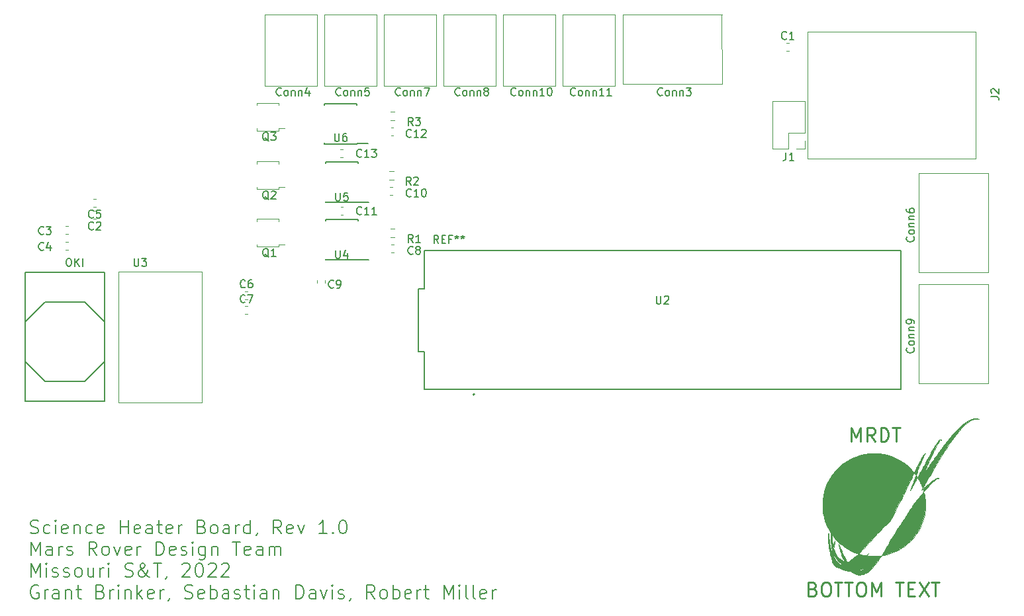
<source format=gbr>
%TF.GenerationSoftware,KiCad,Pcbnew,(5.1.10)-1*%
%TF.CreationDate,2021-11-16T19:54:51-06:00*%
%TF.ProjectId,hardware,68617264-7761-4726-952e-6b696361645f,rev?*%
%TF.SameCoordinates,Original*%
%TF.FileFunction,Legend,Top*%
%TF.FilePolarity,Positive*%
%FSLAX46Y46*%
G04 Gerber Fmt 4.6, Leading zero omitted, Abs format (unit mm)*
G04 Created by KiCad (PCBNEW (5.1.10)-1) date 2021-11-16 19:54:51*
%MOMM*%
%LPD*%
G01*
G04 APERTURE LIST*
%ADD10C,0.254000*%
%ADD11C,0.150000*%
%ADD12C,0.010000*%
%ADD13C,0.120000*%
%ADD14C,0.127000*%
%ADD15C,0.200000*%
G04 APERTURE END LIST*
D10*
X153865942Y-125350814D02*
X154116314Y-125434271D01*
X154199771Y-125517728D01*
X154283228Y-125684642D01*
X154283228Y-125935014D01*
X154199771Y-126101928D01*
X154116314Y-126185385D01*
X153949400Y-126268842D01*
X153281742Y-126268842D01*
X153281742Y-124516242D01*
X153865942Y-124516242D01*
X154032857Y-124599700D01*
X154116314Y-124683157D01*
X154199771Y-124850071D01*
X154199771Y-125016985D01*
X154116314Y-125183900D01*
X154032857Y-125267357D01*
X153865942Y-125350814D01*
X153281742Y-125350814D01*
X155368171Y-124516242D02*
X155702000Y-124516242D01*
X155868914Y-124599700D01*
X156035828Y-124766614D01*
X156119285Y-125100442D01*
X156119285Y-125684642D01*
X156035828Y-126018471D01*
X155868914Y-126185385D01*
X155702000Y-126268842D01*
X155368171Y-126268842D01*
X155201257Y-126185385D01*
X155034342Y-126018471D01*
X154950885Y-125684642D01*
X154950885Y-125100442D01*
X155034342Y-124766614D01*
X155201257Y-124599700D01*
X155368171Y-124516242D01*
X156620028Y-124516242D02*
X157621514Y-124516242D01*
X157120771Y-126268842D02*
X157120771Y-124516242D01*
X157955342Y-124516242D02*
X158956828Y-124516242D01*
X158456085Y-126268842D02*
X158456085Y-124516242D01*
X159874857Y-124516242D02*
X160208685Y-124516242D01*
X160375600Y-124599700D01*
X160542514Y-124766614D01*
X160625971Y-125100442D01*
X160625971Y-125684642D01*
X160542514Y-126018471D01*
X160375600Y-126185385D01*
X160208685Y-126268842D01*
X159874857Y-126268842D01*
X159707942Y-126185385D01*
X159541028Y-126018471D01*
X159457571Y-125684642D01*
X159457571Y-125100442D01*
X159541028Y-124766614D01*
X159707942Y-124599700D01*
X159874857Y-124516242D01*
X161377085Y-126268842D02*
X161377085Y-124516242D01*
X161961285Y-125768100D01*
X162545485Y-124516242D01*
X162545485Y-126268842D01*
X164465000Y-124516242D02*
X165466485Y-124516242D01*
X164965742Y-126268842D02*
X164965742Y-124516242D01*
X166050685Y-125350814D02*
X166634885Y-125350814D01*
X166885257Y-126268842D02*
X166050685Y-126268842D01*
X166050685Y-124516242D01*
X166885257Y-124516242D01*
X167469457Y-124516242D02*
X168637857Y-126268842D01*
X168637857Y-124516242D02*
X167469457Y-126268842D01*
X169055142Y-124516242D02*
X170056628Y-124516242D01*
X169555885Y-126268842D02*
X169555885Y-124516242D01*
X158793542Y-106456842D02*
X158793542Y-104704242D01*
X159377742Y-105956100D01*
X159961942Y-104704242D01*
X159961942Y-106456842D01*
X161798000Y-106456842D02*
X161213800Y-105622271D01*
X160796514Y-106456842D02*
X160796514Y-104704242D01*
X161464171Y-104704242D01*
X161631085Y-104787700D01*
X161714542Y-104871157D01*
X161798000Y-105038071D01*
X161798000Y-105288442D01*
X161714542Y-105455357D01*
X161631085Y-105538814D01*
X161464171Y-105622271D01*
X160796514Y-105622271D01*
X162549114Y-106456842D02*
X162549114Y-104704242D01*
X162966400Y-104704242D01*
X163216771Y-104787700D01*
X163383685Y-104954614D01*
X163467142Y-105121528D01*
X163550600Y-105455357D01*
X163550600Y-105705728D01*
X163467142Y-106039557D01*
X163383685Y-106206471D01*
X163216771Y-106373385D01*
X162966400Y-106456842D01*
X162549114Y-106456842D01*
X164051342Y-104704242D02*
X165052828Y-104704242D01*
X164552085Y-106456842D02*
X164552085Y-104704242D01*
D11*
X53771328Y-118207035D02*
X54021700Y-118290492D01*
X54438985Y-118290492D01*
X54605900Y-118207035D01*
X54689357Y-118123578D01*
X54772814Y-117956664D01*
X54772814Y-117789750D01*
X54689357Y-117622835D01*
X54605900Y-117539378D01*
X54438985Y-117455921D01*
X54105157Y-117372464D01*
X53938242Y-117289007D01*
X53854785Y-117205550D01*
X53771328Y-117038635D01*
X53771328Y-116871721D01*
X53854785Y-116704807D01*
X53938242Y-116621350D01*
X54105157Y-116537892D01*
X54522442Y-116537892D01*
X54772814Y-116621350D01*
X56275042Y-118207035D02*
X56108128Y-118290492D01*
X55774300Y-118290492D01*
X55607385Y-118207035D01*
X55523928Y-118123578D01*
X55440471Y-117956664D01*
X55440471Y-117455921D01*
X55523928Y-117289007D01*
X55607385Y-117205550D01*
X55774300Y-117122092D01*
X56108128Y-117122092D01*
X56275042Y-117205550D01*
X57026157Y-118290492D02*
X57026157Y-117122092D01*
X57026157Y-116537892D02*
X56942700Y-116621350D01*
X57026157Y-116704807D01*
X57109614Y-116621350D01*
X57026157Y-116537892D01*
X57026157Y-116704807D01*
X58528385Y-118207035D02*
X58361471Y-118290492D01*
X58027642Y-118290492D01*
X57860728Y-118207035D01*
X57777271Y-118040121D01*
X57777271Y-117372464D01*
X57860728Y-117205550D01*
X58027642Y-117122092D01*
X58361471Y-117122092D01*
X58528385Y-117205550D01*
X58611842Y-117372464D01*
X58611842Y-117539378D01*
X57777271Y-117706292D01*
X59362957Y-117122092D02*
X59362957Y-118290492D01*
X59362957Y-117289007D02*
X59446414Y-117205550D01*
X59613328Y-117122092D01*
X59863700Y-117122092D01*
X60030614Y-117205550D01*
X60114071Y-117372464D01*
X60114071Y-118290492D01*
X61699757Y-118207035D02*
X61532842Y-118290492D01*
X61199014Y-118290492D01*
X61032100Y-118207035D01*
X60948642Y-118123578D01*
X60865185Y-117956664D01*
X60865185Y-117455921D01*
X60948642Y-117289007D01*
X61032100Y-117205550D01*
X61199014Y-117122092D01*
X61532842Y-117122092D01*
X61699757Y-117205550D01*
X63118528Y-118207035D02*
X62951614Y-118290492D01*
X62617785Y-118290492D01*
X62450871Y-118207035D01*
X62367414Y-118040121D01*
X62367414Y-117372464D01*
X62450871Y-117205550D01*
X62617785Y-117122092D01*
X62951614Y-117122092D01*
X63118528Y-117205550D01*
X63201985Y-117372464D01*
X63201985Y-117539378D01*
X62367414Y-117706292D01*
X65288414Y-118290492D02*
X65288414Y-116537892D01*
X65288414Y-117372464D02*
X66289900Y-117372464D01*
X66289900Y-118290492D02*
X66289900Y-116537892D01*
X67792128Y-118207035D02*
X67625214Y-118290492D01*
X67291385Y-118290492D01*
X67124471Y-118207035D01*
X67041014Y-118040121D01*
X67041014Y-117372464D01*
X67124471Y-117205550D01*
X67291385Y-117122092D01*
X67625214Y-117122092D01*
X67792128Y-117205550D01*
X67875585Y-117372464D01*
X67875585Y-117539378D01*
X67041014Y-117706292D01*
X69377814Y-118290492D02*
X69377814Y-117372464D01*
X69294357Y-117205550D01*
X69127442Y-117122092D01*
X68793614Y-117122092D01*
X68626700Y-117205550D01*
X69377814Y-118207035D02*
X69210900Y-118290492D01*
X68793614Y-118290492D01*
X68626700Y-118207035D01*
X68543242Y-118040121D01*
X68543242Y-117873207D01*
X68626700Y-117706292D01*
X68793614Y-117622835D01*
X69210900Y-117622835D01*
X69377814Y-117539378D01*
X69962014Y-117122092D02*
X70629671Y-117122092D01*
X70212385Y-116537892D02*
X70212385Y-118040121D01*
X70295842Y-118207035D01*
X70462757Y-118290492D01*
X70629671Y-118290492D01*
X71881528Y-118207035D02*
X71714614Y-118290492D01*
X71380785Y-118290492D01*
X71213871Y-118207035D01*
X71130414Y-118040121D01*
X71130414Y-117372464D01*
X71213871Y-117205550D01*
X71380785Y-117122092D01*
X71714614Y-117122092D01*
X71881528Y-117205550D01*
X71964985Y-117372464D01*
X71964985Y-117539378D01*
X71130414Y-117706292D01*
X72716100Y-118290492D02*
X72716100Y-117122092D01*
X72716100Y-117455921D02*
X72799557Y-117289007D01*
X72883014Y-117205550D01*
X73049928Y-117122092D01*
X73216842Y-117122092D01*
X75720557Y-117372464D02*
X75970928Y-117455921D01*
X76054385Y-117539378D01*
X76137842Y-117706292D01*
X76137842Y-117956664D01*
X76054385Y-118123578D01*
X75970928Y-118207035D01*
X75804014Y-118290492D01*
X75136357Y-118290492D01*
X75136357Y-116537892D01*
X75720557Y-116537892D01*
X75887471Y-116621350D01*
X75970928Y-116704807D01*
X76054385Y-116871721D01*
X76054385Y-117038635D01*
X75970928Y-117205550D01*
X75887471Y-117289007D01*
X75720557Y-117372464D01*
X75136357Y-117372464D01*
X77139328Y-118290492D02*
X76972414Y-118207035D01*
X76888957Y-118123578D01*
X76805500Y-117956664D01*
X76805500Y-117455921D01*
X76888957Y-117289007D01*
X76972414Y-117205550D01*
X77139328Y-117122092D01*
X77389700Y-117122092D01*
X77556614Y-117205550D01*
X77640071Y-117289007D01*
X77723528Y-117455921D01*
X77723528Y-117956664D01*
X77640071Y-118123578D01*
X77556614Y-118207035D01*
X77389700Y-118290492D01*
X77139328Y-118290492D01*
X79225757Y-118290492D02*
X79225757Y-117372464D01*
X79142300Y-117205550D01*
X78975385Y-117122092D01*
X78641557Y-117122092D01*
X78474642Y-117205550D01*
X79225757Y-118207035D02*
X79058842Y-118290492D01*
X78641557Y-118290492D01*
X78474642Y-118207035D01*
X78391185Y-118040121D01*
X78391185Y-117873207D01*
X78474642Y-117706292D01*
X78641557Y-117622835D01*
X79058842Y-117622835D01*
X79225757Y-117539378D01*
X80060328Y-118290492D02*
X80060328Y-117122092D01*
X80060328Y-117455921D02*
X80143785Y-117289007D01*
X80227242Y-117205550D01*
X80394157Y-117122092D01*
X80561071Y-117122092D01*
X81896385Y-118290492D02*
X81896385Y-116537892D01*
X81896385Y-118207035D02*
X81729471Y-118290492D01*
X81395642Y-118290492D01*
X81228728Y-118207035D01*
X81145271Y-118123578D01*
X81061814Y-117956664D01*
X81061814Y-117455921D01*
X81145271Y-117289007D01*
X81228728Y-117205550D01*
X81395642Y-117122092D01*
X81729471Y-117122092D01*
X81896385Y-117205550D01*
X82814414Y-118207035D02*
X82814414Y-118290492D01*
X82730957Y-118457407D01*
X82647500Y-118540864D01*
X85902328Y-118290492D02*
X85318128Y-117455921D01*
X84900842Y-118290492D02*
X84900842Y-116537892D01*
X85568500Y-116537892D01*
X85735414Y-116621350D01*
X85818871Y-116704807D01*
X85902328Y-116871721D01*
X85902328Y-117122092D01*
X85818871Y-117289007D01*
X85735414Y-117372464D01*
X85568500Y-117455921D01*
X84900842Y-117455921D01*
X87321100Y-118207035D02*
X87154185Y-118290492D01*
X86820357Y-118290492D01*
X86653442Y-118207035D01*
X86569985Y-118040121D01*
X86569985Y-117372464D01*
X86653442Y-117205550D01*
X86820357Y-117122092D01*
X87154185Y-117122092D01*
X87321100Y-117205550D01*
X87404557Y-117372464D01*
X87404557Y-117539378D01*
X86569985Y-117706292D01*
X87988757Y-117122092D02*
X88406042Y-118290492D01*
X88823328Y-117122092D01*
X91744328Y-118290492D02*
X90742842Y-118290492D01*
X91243585Y-118290492D02*
X91243585Y-116537892D01*
X91076671Y-116788264D01*
X90909757Y-116955178D01*
X90742842Y-117038635D01*
X92495442Y-118123578D02*
X92578900Y-118207035D01*
X92495442Y-118290492D01*
X92411985Y-118207035D01*
X92495442Y-118123578D01*
X92495442Y-118290492D01*
X93663842Y-116537892D02*
X93830757Y-116537892D01*
X93997671Y-116621350D01*
X94081128Y-116704807D01*
X94164585Y-116871721D01*
X94248042Y-117205550D01*
X94248042Y-117622835D01*
X94164585Y-117956664D01*
X94081128Y-118123578D01*
X93997671Y-118207035D01*
X93830757Y-118290492D01*
X93663842Y-118290492D01*
X93496928Y-118207035D01*
X93413471Y-118123578D01*
X93330014Y-117956664D01*
X93246557Y-117622835D01*
X93246557Y-117205550D01*
X93330014Y-116871721D01*
X93413471Y-116704807D01*
X93496928Y-116621350D01*
X93663842Y-116537892D01*
X53854785Y-121069392D02*
X53854785Y-119316792D01*
X54438985Y-120568650D01*
X55023185Y-119316792D01*
X55023185Y-121069392D01*
X56608871Y-121069392D02*
X56608871Y-120151364D01*
X56525414Y-119984450D01*
X56358500Y-119900992D01*
X56024671Y-119900992D01*
X55857757Y-119984450D01*
X56608871Y-120985935D02*
X56441957Y-121069392D01*
X56024671Y-121069392D01*
X55857757Y-120985935D01*
X55774300Y-120819021D01*
X55774300Y-120652107D01*
X55857757Y-120485192D01*
X56024671Y-120401735D01*
X56441957Y-120401735D01*
X56608871Y-120318278D01*
X57443442Y-121069392D02*
X57443442Y-119900992D01*
X57443442Y-120234821D02*
X57526900Y-120067907D01*
X57610357Y-119984450D01*
X57777271Y-119900992D01*
X57944185Y-119900992D01*
X58444928Y-120985935D02*
X58611842Y-121069392D01*
X58945671Y-121069392D01*
X59112585Y-120985935D01*
X59196042Y-120819021D01*
X59196042Y-120735564D01*
X59112585Y-120568650D01*
X58945671Y-120485192D01*
X58695300Y-120485192D01*
X58528385Y-120401735D01*
X58444928Y-120234821D01*
X58444928Y-120151364D01*
X58528385Y-119984450D01*
X58695300Y-119900992D01*
X58945671Y-119900992D01*
X59112585Y-119984450D01*
X62283957Y-121069392D02*
X61699757Y-120234821D01*
X61282471Y-121069392D02*
X61282471Y-119316792D01*
X61950128Y-119316792D01*
X62117042Y-119400250D01*
X62200500Y-119483707D01*
X62283957Y-119650621D01*
X62283957Y-119900992D01*
X62200500Y-120067907D01*
X62117042Y-120151364D01*
X61950128Y-120234821D01*
X61282471Y-120234821D01*
X63285442Y-121069392D02*
X63118528Y-120985935D01*
X63035071Y-120902478D01*
X62951614Y-120735564D01*
X62951614Y-120234821D01*
X63035071Y-120067907D01*
X63118528Y-119984450D01*
X63285442Y-119900992D01*
X63535814Y-119900992D01*
X63702728Y-119984450D01*
X63786185Y-120067907D01*
X63869642Y-120234821D01*
X63869642Y-120735564D01*
X63786185Y-120902478D01*
X63702728Y-120985935D01*
X63535814Y-121069392D01*
X63285442Y-121069392D01*
X64453842Y-119900992D02*
X64871128Y-121069392D01*
X65288414Y-119900992D01*
X66623728Y-120985935D02*
X66456814Y-121069392D01*
X66122985Y-121069392D01*
X65956071Y-120985935D01*
X65872614Y-120819021D01*
X65872614Y-120151364D01*
X65956071Y-119984450D01*
X66122985Y-119900992D01*
X66456814Y-119900992D01*
X66623728Y-119984450D01*
X66707185Y-120151364D01*
X66707185Y-120318278D01*
X65872614Y-120485192D01*
X67458300Y-121069392D02*
X67458300Y-119900992D01*
X67458300Y-120234821D02*
X67541757Y-120067907D01*
X67625214Y-119984450D01*
X67792128Y-119900992D01*
X67959042Y-119900992D01*
X69878557Y-121069392D02*
X69878557Y-119316792D01*
X70295842Y-119316792D01*
X70546214Y-119400250D01*
X70713128Y-119567164D01*
X70796585Y-119734078D01*
X70880042Y-120067907D01*
X70880042Y-120318278D01*
X70796585Y-120652107D01*
X70713128Y-120819021D01*
X70546214Y-120985935D01*
X70295842Y-121069392D01*
X69878557Y-121069392D01*
X72298814Y-120985935D02*
X72131900Y-121069392D01*
X71798071Y-121069392D01*
X71631157Y-120985935D01*
X71547700Y-120819021D01*
X71547700Y-120151364D01*
X71631157Y-119984450D01*
X71798071Y-119900992D01*
X72131900Y-119900992D01*
X72298814Y-119984450D01*
X72382271Y-120151364D01*
X72382271Y-120318278D01*
X71547700Y-120485192D01*
X73049928Y-120985935D02*
X73216842Y-121069392D01*
X73550671Y-121069392D01*
X73717585Y-120985935D01*
X73801042Y-120819021D01*
X73801042Y-120735564D01*
X73717585Y-120568650D01*
X73550671Y-120485192D01*
X73300300Y-120485192D01*
X73133385Y-120401735D01*
X73049928Y-120234821D01*
X73049928Y-120151364D01*
X73133385Y-119984450D01*
X73300300Y-119900992D01*
X73550671Y-119900992D01*
X73717585Y-119984450D01*
X74552157Y-121069392D02*
X74552157Y-119900992D01*
X74552157Y-119316792D02*
X74468700Y-119400250D01*
X74552157Y-119483707D01*
X74635614Y-119400250D01*
X74552157Y-119316792D01*
X74552157Y-119483707D01*
X76137842Y-119900992D02*
X76137842Y-121319764D01*
X76054385Y-121486678D01*
X75970928Y-121570135D01*
X75804014Y-121653592D01*
X75553642Y-121653592D01*
X75386728Y-121570135D01*
X76137842Y-120985935D02*
X75970928Y-121069392D01*
X75637100Y-121069392D01*
X75470185Y-120985935D01*
X75386728Y-120902478D01*
X75303271Y-120735564D01*
X75303271Y-120234821D01*
X75386728Y-120067907D01*
X75470185Y-119984450D01*
X75637100Y-119900992D01*
X75970928Y-119900992D01*
X76137842Y-119984450D01*
X76972414Y-119900992D02*
X76972414Y-121069392D01*
X76972414Y-120067907D02*
X77055871Y-119984450D01*
X77222785Y-119900992D01*
X77473157Y-119900992D01*
X77640071Y-119984450D01*
X77723528Y-120151364D01*
X77723528Y-121069392D01*
X79643042Y-119316792D02*
X80644528Y-119316792D01*
X80143785Y-121069392D02*
X80143785Y-119316792D01*
X81896385Y-120985935D02*
X81729471Y-121069392D01*
X81395642Y-121069392D01*
X81228728Y-120985935D01*
X81145271Y-120819021D01*
X81145271Y-120151364D01*
X81228728Y-119984450D01*
X81395642Y-119900992D01*
X81729471Y-119900992D01*
X81896385Y-119984450D01*
X81979842Y-120151364D01*
X81979842Y-120318278D01*
X81145271Y-120485192D01*
X83482071Y-121069392D02*
X83482071Y-120151364D01*
X83398614Y-119984450D01*
X83231700Y-119900992D01*
X82897871Y-119900992D01*
X82730957Y-119984450D01*
X83482071Y-120985935D02*
X83315157Y-121069392D01*
X82897871Y-121069392D01*
X82730957Y-120985935D01*
X82647500Y-120819021D01*
X82647500Y-120652107D01*
X82730957Y-120485192D01*
X82897871Y-120401735D01*
X83315157Y-120401735D01*
X83482071Y-120318278D01*
X84316642Y-121069392D02*
X84316642Y-119900992D01*
X84316642Y-120067907D02*
X84400100Y-119984450D01*
X84567014Y-119900992D01*
X84817385Y-119900992D01*
X84984300Y-119984450D01*
X85067757Y-120151364D01*
X85067757Y-121069392D01*
X85067757Y-120151364D02*
X85151214Y-119984450D01*
X85318128Y-119900992D01*
X85568500Y-119900992D01*
X85735414Y-119984450D01*
X85818871Y-120151364D01*
X85818871Y-121069392D01*
X53854785Y-123848292D02*
X53854785Y-122095692D01*
X54438985Y-123347550D01*
X55023185Y-122095692D01*
X55023185Y-123848292D01*
X55857757Y-123848292D02*
X55857757Y-122679892D01*
X55857757Y-122095692D02*
X55774300Y-122179150D01*
X55857757Y-122262607D01*
X55941214Y-122179150D01*
X55857757Y-122095692D01*
X55857757Y-122262607D01*
X56608871Y-123764835D02*
X56775785Y-123848292D01*
X57109614Y-123848292D01*
X57276528Y-123764835D01*
X57359985Y-123597921D01*
X57359985Y-123514464D01*
X57276528Y-123347550D01*
X57109614Y-123264092D01*
X56859242Y-123264092D01*
X56692328Y-123180635D01*
X56608871Y-123013721D01*
X56608871Y-122930264D01*
X56692328Y-122763350D01*
X56859242Y-122679892D01*
X57109614Y-122679892D01*
X57276528Y-122763350D01*
X58027642Y-123764835D02*
X58194557Y-123848292D01*
X58528385Y-123848292D01*
X58695300Y-123764835D01*
X58778757Y-123597921D01*
X58778757Y-123514464D01*
X58695300Y-123347550D01*
X58528385Y-123264092D01*
X58278014Y-123264092D01*
X58111100Y-123180635D01*
X58027642Y-123013721D01*
X58027642Y-122930264D01*
X58111100Y-122763350D01*
X58278014Y-122679892D01*
X58528385Y-122679892D01*
X58695300Y-122763350D01*
X59780242Y-123848292D02*
X59613328Y-123764835D01*
X59529871Y-123681378D01*
X59446414Y-123514464D01*
X59446414Y-123013721D01*
X59529871Y-122846807D01*
X59613328Y-122763350D01*
X59780242Y-122679892D01*
X60030614Y-122679892D01*
X60197528Y-122763350D01*
X60280985Y-122846807D01*
X60364442Y-123013721D01*
X60364442Y-123514464D01*
X60280985Y-123681378D01*
X60197528Y-123764835D01*
X60030614Y-123848292D01*
X59780242Y-123848292D01*
X61866671Y-122679892D02*
X61866671Y-123848292D01*
X61115557Y-122679892D02*
X61115557Y-123597921D01*
X61199014Y-123764835D01*
X61365928Y-123848292D01*
X61616300Y-123848292D01*
X61783214Y-123764835D01*
X61866671Y-123681378D01*
X62701242Y-123848292D02*
X62701242Y-122679892D01*
X62701242Y-123013721D02*
X62784700Y-122846807D01*
X62868157Y-122763350D01*
X63035071Y-122679892D01*
X63201985Y-122679892D01*
X63786185Y-123848292D02*
X63786185Y-122679892D01*
X63786185Y-122095692D02*
X63702728Y-122179150D01*
X63786185Y-122262607D01*
X63869642Y-122179150D01*
X63786185Y-122095692D01*
X63786185Y-122262607D01*
X65872614Y-123764835D02*
X66122985Y-123848292D01*
X66540271Y-123848292D01*
X66707185Y-123764835D01*
X66790642Y-123681378D01*
X66874100Y-123514464D01*
X66874100Y-123347550D01*
X66790642Y-123180635D01*
X66707185Y-123097178D01*
X66540271Y-123013721D01*
X66206442Y-122930264D01*
X66039528Y-122846807D01*
X65956071Y-122763350D01*
X65872614Y-122596435D01*
X65872614Y-122429521D01*
X65956071Y-122262607D01*
X66039528Y-122179150D01*
X66206442Y-122095692D01*
X66623728Y-122095692D01*
X66874100Y-122179150D01*
X69043985Y-123848292D02*
X68960528Y-123848292D01*
X68793614Y-123764835D01*
X68543242Y-123514464D01*
X68125957Y-123013721D01*
X67959042Y-122763350D01*
X67875585Y-122512978D01*
X67875585Y-122346064D01*
X67959042Y-122179150D01*
X68125957Y-122095692D01*
X68209414Y-122095692D01*
X68376328Y-122179150D01*
X68459785Y-122346064D01*
X68459785Y-122429521D01*
X68376328Y-122596435D01*
X68292871Y-122679892D01*
X67792128Y-123013721D01*
X67708671Y-123097178D01*
X67625214Y-123264092D01*
X67625214Y-123514464D01*
X67708671Y-123681378D01*
X67792128Y-123764835D01*
X67959042Y-123848292D01*
X68209414Y-123848292D01*
X68376328Y-123764835D01*
X68459785Y-123681378D01*
X68710157Y-123347550D01*
X68793614Y-123097178D01*
X68793614Y-122930264D01*
X69544728Y-122095692D02*
X70546214Y-122095692D01*
X70045471Y-123848292D02*
X70045471Y-122095692D01*
X71213871Y-123764835D02*
X71213871Y-123848292D01*
X71130414Y-124015207D01*
X71046957Y-124098664D01*
X73216842Y-122262607D02*
X73300300Y-122179150D01*
X73467214Y-122095692D01*
X73884500Y-122095692D01*
X74051414Y-122179150D01*
X74134871Y-122262607D01*
X74218328Y-122429521D01*
X74218328Y-122596435D01*
X74134871Y-122846807D01*
X73133385Y-123848292D01*
X74218328Y-123848292D01*
X75303271Y-122095692D02*
X75470185Y-122095692D01*
X75637100Y-122179150D01*
X75720557Y-122262607D01*
X75804014Y-122429521D01*
X75887471Y-122763350D01*
X75887471Y-123180635D01*
X75804014Y-123514464D01*
X75720557Y-123681378D01*
X75637100Y-123764835D01*
X75470185Y-123848292D01*
X75303271Y-123848292D01*
X75136357Y-123764835D01*
X75052900Y-123681378D01*
X74969442Y-123514464D01*
X74885985Y-123180635D01*
X74885985Y-122763350D01*
X74969442Y-122429521D01*
X75052900Y-122262607D01*
X75136357Y-122179150D01*
X75303271Y-122095692D01*
X76555128Y-122262607D02*
X76638585Y-122179150D01*
X76805500Y-122095692D01*
X77222785Y-122095692D01*
X77389700Y-122179150D01*
X77473157Y-122262607D01*
X77556614Y-122429521D01*
X77556614Y-122596435D01*
X77473157Y-122846807D01*
X76471671Y-123848292D01*
X77556614Y-123848292D01*
X78224271Y-122262607D02*
X78307728Y-122179150D01*
X78474642Y-122095692D01*
X78891928Y-122095692D01*
X79058842Y-122179150D01*
X79142300Y-122262607D01*
X79225757Y-122429521D01*
X79225757Y-122596435D01*
X79142300Y-122846807D01*
X78140814Y-123848292D01*
X79225757Y-123848292D01*
X54772814Y-124958050D02*
X54605900Y-124874592D01*
X54355528Y-124874592D01*
X54105157Y-124958050D01*
X53938242Y-125124964D01*
X53854785Y-125291878D01*
X53771328Y-125625707D01*
X53771328Y-125876078D01*
X53854785Y-126209907D01*
X53938242Y-126376821D01*
X54105157Y-126543735D01*
X54355528Y-126627192D01*
X54522442Y-126627192D01*
X54772814Y-126543735D01*
X54856271Y-126460278D01*
X54856271Y-125876078D01*
X54522442Y-125876078D01*
X55607385Y-126627192D02*
X55607385Y-125458792D01*
X55607385Y-125792621D02*
X55690842Y-125625707D01*
X55774300Y-125542250D01*
X55941214Y-125458792D01*
X56108128Y-125458792D01*
X57443442Y-126627192D02*
X57443442Y-125709164D01*
X57359985Y-125542250D01*
X57193071Y-125458792D01*
X56859242Y-125458792D01*
X56692328Y-125542250D01*
X57443442Y-126543735D02*
X57276528Y-126627192D01*
X56859242Y-126627192D01*
X56692328Y-126543735D01*
X56608871Y-126376821D01*
X56608871Y-126209907D01*
X56692328Y-126042992D01*
X56859242Y-125959535D01*
X57276528Y-125959535D01*
X57443442Y-125876078D01*
X58278014Y-125458792D02*
X58278014Y-126627192D01*
X58278014Y-125625707D02*
X58361471Y-125542250D01*
X58528385Y-125458792D01*
X58778757Y-125458792D01*
X58945671Y-125542250D01*
X59029128Y-125709164D01*
X59029128Y-126627192D01*
X59613328Y-125458792D02*
X60280985Y-125458792D01*
X59863700Y-124874592D02*
X59863700Y-126376821D01*
X59947157Y-126543735D01*
X60114071Y-126627192D01*
X60280985Y-126627192D01*
X62784700Y-125709164D02*
X63035071Y-125792621D01*
X63118528Y-125876078D01*
X63201985Y-126042992D01*
X63201985Y-126293364D01*
X63118528Y-126460278D01*
X63035071Y-126543735D01*
X62868157Y-126627192D01*
X62200500Y-126627192D01*
X62200500Y-124874592D01*
X62784700Y-124874592D01*
X62951614Y-124958050D01*
X63035071Y-125041507D01*
X63118528Y-125208421D01*
X63118528Y-125375335D01*
X63035071Y-125542250D01*
X62951614Y-125625707D01*
X62784700Y-125709164D01*
X62200500Y-125709164D01*
X63953100Y-126627192D02*
X63953100Y-125458792D01*
X63953100Y-125792621D02*
X64036557Y-125625707D01*
X64120014Y-125542250D01*
X64286928Y-125458792D01*
X64453842Y-125458792D01*
X65038042Y-126627192D02*
X65038042Y-125458792D01*
X65038042Y-124874592D02*
X64954585Y-124958050D01*
X65038042Y-125041507D01*
X65121500Y-124958050D01*
X65038042Y-124874592D01*
X65038042Y-125041507D01*
X65872614Y-125458792D02*
X65872614Y-126627192D01*
X65872614Y-125625707D02*
X65956071Y-125542250D01*
X66122985Y-125458792D01*
X66373357Y-125458792D01*
X66540271Y-125542250D01*
X66623728Y-125709164D01*
X66623728Y-126627192D01*
X67458300Y-126627192D02*
X67458300Y-124874592D01*
X67625214Y-125959535D02*
X68125957Y-126627192D01*
X68125957Y-125458792D02*
X67458300Y-126126450D01*
X69544728Y-126543735D02*
X69377814Y-126627192D01*
X69043985Y-126627192D01*
X68877071Y-126543735D01*
X68793614Y-126376821D01*
X68793614Y-125709164D01*
X68877071Y-125542250D01*
X69043985Y-125458792D01*
X69377814Y-125458792D01*
X69544728Y-125542250D01*
X69628185Y-125709164D01*
X69628185Y-125876078D01*
X68793614Y-126042992D01*
X70379300Y-126627192D02*
X70379300Y-125458792D01*
X70379300Y-125792621D02*
X70462757Y-125625707D01*
X70546214Y-125542250D01*
X70713128Y-125458792D01*
X70880042Y-125458792D01*
X71547700Y-126543735D02*
X71547700Y-126627192D01*
X71464242Y-126794107D01*
X71380785Y-126877564D01*
X73550671Y-126543735D02*
X73801042Y-126627192D01*
X74218328Y-126627192D01*
X74385242Y-126543735D01*
X74468700Y-126460278D01*
X74552157Y-126293364D01*
X74552157Y-126126450D01*
X74468700Y-125959535D01*
X74385242Y-125876078D01*
X74218328Y-125792621D01*
X73884500Y-125709164D01*
X73717585Y-125625707D01*
X73634128Y-125542250D01*
X73550671Y-125375335D01*
X73550671Y-125208421D01*
X73634128Y-125041507D01*
X73717585Y-124958050D01*
X73884500Y-124874592D01*
X74301785Y-124874592D01*
X74552157Y-124958050D01*
X75970928Y-126543735D02*
X75804014Y-126627192D01*
X75470185Y-126627192D01*
X75303271Y-126543735D01*
X75219814Y-126376821D01*
X75219814Y-125709164D01*
X75303271Y-125542250D01*
X75470185Y-125458792D01*
X75804014Y-125458792D01*
X75970928Y-125542250D01*
X76054385Y-125709164D01*
X76054385Y-125876078D01*
X75219814Y-126042992D01*
X76805500Y-126627192D02*
X76805500Y-124874592D01*
X76805500Y-125542250D02*
X76972414Y-125458792D01*
X77306242Y-125458792D01*
X77473157Y-125542250D01*
X77556614Y-125625707D01*
X77640071Y-125792621D01*
X77640071Y-126293364D01*
X77556614Y-126460278D01*
X77473157Y-126543735D01*
X77306242Y-126627192D01*
X76972414Y-126627192D01*
X76805500Y-126543735D01*
X79142300Y-126627192D02*
X79142300Y-125709164D01*
X79058842Y-125542250D01*
X78891928Y-125458792D01*
X78558100Y-125458792D01*
X78391185Y-125542250D01*
X79142300Y-126543735D02*
X78975385Y-126627192D01*
X78558100Y-126627192D01*
X78391185Y-126543735D01*
X78307728Y-126376821D01*
X78307728Y-126209907D01*
X78391185Y-126042992D01*
X78558100Y-125959535D01*
X78975385Y-125959535D01*
X79142300Y-125876078D01*
X79893414Y-126543735D02*
X80060328Y-126627192D01*
X80394157Y-126627192D01*
X80561071Y-126543735D01*
X80644528Y-126376821D01*
X80644528Y-126293364D01*
X80561071Y-126126450D01*
X80394157Y-126042992D01*
X80143785Y-126042992D01*
X79976871Y-125959535D01*
X79893414Y-125792621D01*
X79893414Y-125709164D01*
X79976871Y-125542250D01*
X80143785Y-125458792D01*
X80394157Y-125458792D01*
X80561071Y-125542250D01*
X81145271Y-125458792D02*
X81812928Y-125458792D01*
X81395642Y-124874592D02*
X81395642Y-126376821D01*
X81479100Y-126543735D01*
X81646014Y-126627192D01*
X81812928Y-126627192D01*
X82397128Y-126627192D02*
X82397128Y-125458792D01*
X82397128Y-124874592D02*
X82313671Y-124958050D01*
X82397128Y-125041507D01*
X82480585Y-124958050D01*
X82397128Y-124874592D01*
X82397128Y-125041507D01*
X83982814Y-126627192D02*
X83982814Y-125709164D01*
X83899357Y-125542250D01*
X83732442Y-125458792D01*
X83398614Y-125458792D01*
X83231700Y-125542250D01*
X83982814Y-126543735D02*
X83815900Y-126627192D01*
X83398614Y-126627192D01*
X83231700Y-126543735D01*
X83148242Y-126376821D01*
X83148242Y-126209907D01*
X83231700Y-126042992D01*
X83398614Y-125959535D01*
X83815900Y-125959535D01*
X83982814Y-125876078D01*
X84817385Y-125458792D02*
X84817385Y-126627192D01*
X84817385Y-125625707D02*
X84900842Y-125542250D01*
X85067757Y-125458792D01*
X85318128Y-125458792D01*
X85485042Y-125542250D01*
X85568500Y-125709164D01*
X85568500Y-126627192D01*
X87738385Y-126627192D02*
X87738385Y-124874592D01*
X88155671Y-124874592D01*
X88406042Y-124958050D01*
X88572957Y-125124964D01*
X88656414Y-125291878D01*
X88739871Y-125625707D01*
X88739871Y-125876078D01*
X88656414Y-126209907D01*
X88572957Y-126376821D01*
X88406042Y-126543735D01*
X88155671Y-126627192D01*
X87738385Y-126627192D01*
X90242100Y-126627192D02*
X90242100Y-125709164D01*
X90158642Y-125542250D01*
X89991728Y-125458792D01*
X89657900Y-125458792D01*
X89490985Y-125542250D01*
X90242100Y-126543735D02*
X90075185Y-126627192D01*
X89657900Y-126627192D01*
X89490985Y-126543735D01*
X89407528Y-126376821D01*
X89407528Y-126209907D01*
X89490985Y-126042992D01*
X89657900Y-125959535D01*
X90075185Y-125959535D01*
X90242100Y-125876078D01*
X90909757Y-125458792D02*
X91327042Y-126627192D01*
X91744328Y-125458792D01*
X92411985Y-126627192D02*
X92411985Y-125458792D01*
X92411985Y-124874592D02*
X92328528Y-124958050D01*
X92411985Y-125041507D01*
X92495442Y-124958050D01*
X92411985Y-124874592D01*
X92411985Y-125041507D01*
X93163100Y-126543735D02*
X93330014Y-126627192D01*
X93663842Y-126627192D01*
X93830757Y-126543735D01*
X93914214Y-126376821D01*
X93914214Y-126293364D01*
X93830757Y-126126450D01*
X93663842Y-126042992D01*
X93413471Y-126042992D01*
X93246557Y-125959535D01*
X93163100Y-125792621D01*
X93163100Y-125709164D01*
X93246557Y-125542250D01*
X93413471Y-125458792D01*
X93663842Y-125458792D01*
X93830757Y-125542250D01*
X94748785Y-126543735D02*
X94748785Y-126627192D01*
X94665328Y-126794107D01*
X94581871Y-126877564D01*
X97836699Y-126627192D02*
X97252499Y-125792621D01*
X96835214Y-126627192D02*
X96835214Y-124874592D01*
X97502871Y-124874592D01*
X97669785Y-124958050D01*
X97753242Y-125041507D01*
X97836699Y-125208421D01*
X97836699Y-125458792D01*
X97753242Y-125625707D01*
X97669785Y-125709164D01*
X97502871Y-125792621D01*
X96835214Y-125792621D01*
X98838185Y-126627192D02*
X98671271Y-126543735D01*
X98587814Y-126460278D01*
X98504357Y-126293364D01*
X98504357Y-125792621D01*
X98587814Y-125625707D01*
X98671271Y-125542250D01*
X98838185Y-125458792D01*
X99088557Y-125458792D01*
X99255471Y-125542250D01*
X99338928Y-125625707D01*
X99422385Y-125792621D01*
X99422385Y-126293364D01*
X99338928Y-126460278D01*
X99255471Y-126543735D01*
X99088557Y-126627192D01*
X98838185Y-126627192D01*
X100173499Y-126627192D02*
X100173499Y-124874592D01*
X100173499Y-125542250D02*
X100340414Y-125458792D01*
X100674242Y-125458792D01*
X100841157Y-125542250D01*
X100924614Y-125625707D01*
X101008071Y-125792621D01*
X101008071Y-126293364D01*
X100924614Y-126460278D01*
X100841157Y-126543735D01*
X100674242Y-126627192D01*
X100340414Y-126627192D01*
X100173499Y-126543735D01*
X102426842Y-126543735D02*
X102259928Y-126627192D01*
X101926099Y-126627192D01*
X101759185Y-126543735D01*
X101675728Y-126376821D01*
X101675728Y-125709164D01*
X101759185Y-125542250D01*
X101926099Y-125458792D01*
X102259928Y-125458792D01*
X102426842Y-125542250D01*
X102510299Y-125709164D01*
X102510299Y-125876078D01*
X101675728Y-126042992D01*
X103261414Y-126627192D02*
X103261414Y-125458792D01*
X103261414Y-125792621D02*
X103344871Y-125625707D01*
X103428328Y-125542250D01*
X103595242Y-125458792D01*
X103762157Y-125458792D01*
X104095985Y-125458792D02*
X104763642Y-125458792D01*
X104346357Y-124874592D02*
X104346357Y-126376821D01*
X104429814Y-126543735D01*
X104596728Y-126627192D01*
X104763642Y-126627192D01*
X106683157Y-126627192D02*
X106683157Y-124874592D01*
X107267357Y-126126450D01*
X107851557Y-124874592D01*
X107851557Y-126627192D01*
X108686128Y-126627192D02*
X108686128Y-125458792D01*
X108686128Y-124874592D02*
X108602671Y-124958050D01*
X108686128Y-125041507D01*
X108769585Y-124958050D01*
X108686128Y-124874592D01*
X108686128Y-125041507D01*
X109771071Y-126627192D02*
X109604157Y-126543735D01*
X109520699Y-126376821D01*
X109520699Y-124874592D01*
X110689099Y-126627192D02*
X110522185Y-126543735D01*
X110438728Y-126376821D01*
X110438728Y-124874592D01*
X112024414Y-126543735D02*
X111857500Y-126627192D01*
X111523671Y-126627192D01*
X111356757Y-126543735D01*
X111273300Y-126376821D01*
X111273300Y-125709164D01*
X111356757Y-125542250D01*
X111523671Y-125458792D01*
X111857500Y-125458792D01*
X112024414Y-125542250D01*
X112107871Y-125709164D01*
X112107871Y-125876078D01*
X111273300Y-126042992D01*
X112858985Y-126627192D02*
X112858985Y-125458792D01*
X112858985Y-125792621D02*
X112942442Y-125625707D01*
X113025900Y-125542250D01*
X113192814Y-125458792D01*
X113359728Y-125458792D01*
D12*
%TO.C,Bottom Text*%
G36*
X174793896Y-103527364D02*
G01*
X174925117Y-103546290D01*
X175031956Y-103577351D01*
X175048253Y-103584407D01*
X175113655Y-103614715D01*
X175053513Y-103604541D01*
X174844196Y-103581066D01*
X174648137Y-103582629D01*
X174474244Y-103609134D01*
X174467063Y-103610916D01*
X174264424Y-103677555D01*
X174053259Y-103777412D01*
X173832850Y-103911073D01*
X173602476Y-104079123D01*
X173361416Y-104282149D01*
X173108951Y-104520738D01*
X172844360Y-104795476D01*
X172566922Y-105106949D01*
X172428674Y-105270039D01*
X172300595Y-105424726D01*
X172178234Y-105575569D01*
X172059674Y-105725339D01*
X171942997Y-105876810D01*
X171826286Y-106032751D01*
X171707623Y-106195936D01*
X171585092Y-106369136D01*
X171456773Y-106555123D01*
X171320751Y-106756669D01*
X171175107Y-106976545D01*
X171017924Y-107217524D01*
X170847284Y-107482377D01*
X170661270Y-107773876D01*
X170457965Y-108094793D01*
X170287114Y-108365783D01*
X169897504Y-108994057D01*
X169522770Y-109616898D01*
X169168937Y-110224254D01*
X169079886Y-110380542D01*
X168999409Y-110521746D01*
X168906172Y-110684150D01*
X168807853Y-110854458D01*
X168712127Y-111019373D01*
X168628135Y-111163103D01*
X168544477Y-111306510D01*
X168452709Y-111465325D01*
X168359914Y-111627192D01*
X168273173Y-111779754D01*
X168199570Y-111910655D01*
X168197215Y-111914879D01*
X168133738Y-112028571D01*
X168073519Y-112136068D01*
X168020564Y-112230244D01*
X167978882Y-112303974D01*
X167952476Y-112350135D01*
X167951645Y-112351564D01*
X167901215Y-112438135D01*
X167823388Y-112231280D01*
X167782568Y-112128977D01*
X167731818Y-112011482D01*
X167673684Y-111883792D01*
X167610713Y-111750899D01*
X167545450Y-111617801D01*
X167480441Y-111489490D01*
X167418233Y-111370962D01*
X167361371Y-111267212D01*
X167312402Y-111183235D01*
X167273871Y-111124025D01*
X167248324Y-111094577D01*
X167242774Y-111092223D01*
X167229304Y-111108984D01*
X167200388Y-111155461D01*
X167159363Y-111225947D01*
X167109563Y-111314734D01*
X167064112Y-111397945D01*
X166990723Y-111533318D01*
X166912028Y-111677554D01*
X166830422Y-111826346D01*
X166748303Y-111975386D01*
X166668068Y-112120364D01*
X166592113Y-112256974D01*
X166522834Y-112380907D01*
X166462629Y-112487855D01*
X166413894Y-112573510D01*
X166379026Y-112633564D01*
X166360421Y-112663708D01*
X166358709Y-112665940D01*
X166357319Y-112657140D01*
X166367975Y-112617615D01*
X166388652Y-112554184D01*
X166409332Y-112495538D01*
X166459554Y-112357544D01*
X166515380Y-112205317D01*
X166575214Y-112043107D01*
X166637461Y-111875163D01*
X166700526Y-111705736D01*
X166762812Y-111539076D01*
X166822723Y-111379433D01*
X166878665Y-111231057D01*
X166929041Y-111098198D01*
X166972256Y-110985105D01*
X167006713Y-110896030D01*
X167030819Y-110835222D01*
X167042976Y-110806931D01*
X167043836Y-110805546D01*
X167060745Y-110813386D01*
X167092460Y-110848479D01*
X167132907Y-110903849D01*
X167144178Y-110920819D01*
X167185994Y-110982621D01*
X167220076Y-111028624D01*
X167240325Y-111050712D01*
X167242410Y-111051555D01*
X167255103Y-111034489D01*
X167283639Y-110987000D01*
X167325163Y-110914134D01*
X167376823Y-110820939D01*
X167435766Y-110712459D01*
X167465588Y-110656851D01*
X167535820Y-110526087D01*
X167619905Y-110370714D01*
X167712172Y-110201138D01*
X167806949Y-110027770D01*
X167898564Y-109861017D01*
X167954173Y-109760305D01*
X168034896Y-109614217D01*
X168129719Y-109442200D01*
X168233546Y-109253526D01*
X168341279Y-109057465D01*
X168447823Y-108863289D01*
X168548080Y-108680269D01*
X168583032Y-108616375D01*
X168745475Y-108321646D01*
X168905033Y-108036741D01*
X169059976Y-107764559D01*
X169208576Y-107507999D01*
X169349105Y-107269962D01*
X169479834Y-107053346D01*
X169599035Y-106861052D01*
X169704980Y-106695979D01*
X169795941Y-106561026D01*
X169864645Y-106466303D01*
X169960883Y-106350260D01*
X170046714Y-106266827D01*
X170120716Y-106216797D01*
X170181466Y-106200966D01*
X170227542Y-106220126D01*
X170248953Y-106251730D01*
X170268799Y-106305281D01*
X170272215Y-106336765D01*
X170260920Y-106340969D01*
X170236636Y-106312682D01*
X170231512Y-106304550D01*
X170192827Y-106257563D01*
X170156886Y-106244430D01*
X170156410Y-106244515D01*
X170118734Y-106268564D01*
X170066554Y-106328614D01*
X170000504Y-106423541D01*
X169921218Y-106552221D01*
X169829330Y-106713527D01*
X169725474Y-106906335D01*
X169610283Y-107129521D01*
X169484393Y-107381958D01*
X169348436Y-107662522D01*
X169299916Y-107764362D01*
X169252132Y-107866182D01*
X169193809Y-107992305D01*
X169126415Y-108139431D01*
X169051418Y-108304261D01*
X168970284Y-108483496D01*
X168884481Y-108673836D01*
X168795478Y-108871981D01*
X168704740Y-109074634D01*
X168613736Y-109278493D01*
X168523934Y-109480261D01*
X168436800Y-109676637D01*
X168353803Y-109864322D01*
X168276409Y-110040018D01*
X168206086Y-110200424D01*
X168144302Y-110342241D01*
X168092525Y-110462170D01*
X168052221Y-110556911D01*
X168024858Y-110623166D01*
X168011904Y-110657635D01*
X168011144Y-110661879D01*
X168023418Y-110647534D01*
X168054847Y-110604307D01*
X168102324Y-110536660D01*
X168162739Y-110449057D01*
X168232983Y-110345958D01*
X168287530Y-110265187D01*
X168378460Y-110130900D01*
X168486112Y-109973331D01*
X168607739Y-109796405D01*
X168740593Y-109604050D01*
X168881927Y-109400190D01*
X169028992Y-109188751D01*
X169179040Y-108973659D01*
X169329325Y-108758841D01*
X169477097Y-108548221D01*
X169619609Y-108345725D01*
X169754114Y-108155281D01*
X169877863Y-107980812D01*
X169988109Y-107826246D01*
X170082104Y-107695508D01*
X170157100Y-107592523D01*
X170178257Y-107563888D01*
X170544212Y-107077274D01*
X170893207Y-106625839D01*
X171226000Y-106208794D01*
X171543345Y-105825350D01*
X171846002Y-105474718D01*
X172134725Y-105156110D01*
X172410272Y-104868736D01*
X172673399Y-104611807D01*
X172924863Y-104384534D01*
X173165422Y-104186128D01*
X173395830Y-104015801D01*
X173616846Y-103872762D01*
X173829226Y-103756224D01*
X173830624Y-103755529D01*
X173988935Y-103679975D01*
X174123676Y-103623257D01*
X174244715Y-103582091D01*
X174361922Y-103553193D01*
X174485167Y-103533279D01*
X174506341Y-103530679D01*
X174650301Y-103521764D01*
X174793896Y-103527364D01*
G37*
X174793896Y-103527364D02*
X174925117Y-103546290D01*
X175031956Y-103577351D01*
X175048253Y-103584407D01*
X175113655Y-103614715D01*
X175053513Y-103604541D01*
X174844196Y-103581066D01*
X174648137Y-103582629D01*
X174474244Y-103609134D01*
X174467063Y-103610916D01*
X174264424Y-103677555D01*
X174053259Y-103777412D01*
X173832850Y-103911073D01*
X173602476Y-104079123D01*
X173361416Y-104282149D01*
X173108951Y-104520738D01*
X172844360Y-104795476D01*
X172566922Y-105106949D01*
X172428674Y-105270039D01*
X172300595Y-105424726D01*
X172178234Y-105575569D01*
X172059674Y-105725339D01*
X171942997Y-105876810D01*
X171826286Y-106032751D01*
X171707623Y-106195936D01*
X171585092Y-106369136D01*
X171456773Y-106555123D01*
X171320751Y-106756669D01*
X171175107Y-106976545D01*
X171017924Y-107217524D01*
X170847284Y-107482377D01*
X170661270Y-107773876D01*
X170457965Y-108094793D01*
X170287114Y-108365783D01*
X169897504Y-108994057D01*
X169522770Y-109616898D01*
X169168937Y-110224254D01*
X169079886Y-110380542D01*
X168999409Y-110521746D01*
X168906172Y-110684150D01*
X168807853Y-110854458D01*
X168712127Y-111019373D01*
X168628135Y-111163103D01*
X168544477Y-111306510D01*
X168452709Y-111465325D01*
X168359914Y-111627192D01*
X168273173Y-111779754D01*
X168199570Y-111910655D01*
X168197215Y-111914879D01*
X168133738Y-112028571D01*
X168073519Y-112136068D01*
X168020564Y-112230244D01*
X167978882Y-112303974D01*
X167952476Y-112350135D01*
X167951645Y-112351564D01*
X167901215Y-112438135D01*
X167823388Y-112231280D01*
X167782568Y-112128977D01*
X167731818Y-112011482D01*
X167673684Y-111883792D01*
X167610713Y-111750899D01*
X167545450Y-111617801D01*
X167480441Y-111489490D01*
X167418233Y-111370962D01*
X167361371Y-111267212D01*
X167312402Y-111183235D01*
X167273871Y-111124025D01*
X167248324Y-111094577D01*
X167242774Y-111092223D01*
X167229304Y-111108984D01*
X167200388Y-111155461D01*
X167159363Y-111225947D01*
X167109563Y-111314734D01*
X167064112Y-111397945D01*
X166990723Y-111533318D01*
X166912028Y-111677554D01*
X166830422Y-111826346D01*
X166748303Y-111975386D01*
X166668068Y-112120364D01*
X166592113Y-112256974D01*
X166522834Y-112380907D01*
X166462629Y-112487855D01*
X166413894Y-112573510D01*
X166379026Y-112633564D01*
X166360421Y-112663708D01*
X166358709Y-112665940D01*
X166357319Y-112657140D01*
X166367975Y-112617615D01*
X166388652Y-112554184D01*
X166409332Y-112495538D01*
X166459554Y-112357544D01*
X166515380Y-112205317D01*
X166575214Y-112043107D01*
X166637461Y-111875163D01*
X166700526Y-111705736D01*
X166762812Y-111539076D01*
X166822723Y-111379433D01*
X166878665Y-111231057D01*
X166929041Y-111098198D01*
X166972256Y-110985105D01*
X167006713Y-110896030D01*
X167030819Y-110835222D01*
X167042976Y-110806931D01*
X167043836Y-110805546D01*
X167060745Y-110813386D01*
X167092460Y-110848479D01*
X167132907Y-110903849D01*
X167144178Y-110920819D01*
X167185994Y-110982621D01*
X167220076Y-111028624D01*
X167240325Y-111050712D01*
X167242410Y-111051555D01*
X167255103Y-111034489D01*
X167283639Y-110987000D01*
X167325163Y-110914134D01*
X167376823Y-110820939D01*
X167435766Y-110712459D01*
X167465588Y-110656851D01*
X167535820Y-110526087D01*
X167619905Y-110370714D01*
X167712172Y-110201138D01*
X167806949Y-110027770D01*
X167898564Y-109861017D01*
X167954173Y-109760305D01*
X168034896Y-109614217D01*
X168129719Y-109442200D01*
X168233546Y-109253526D01*
X168341279Y-109057465D01*
X168447823Y-108863289D01*
X168548080Y-108680269D01*
X168583032Y-108616375D01*
X168745475Y-108321646D01*
X168905033Y-108036741D01*
X169059976Y-107764559D01*
X169208576Y-107507999D01*
X169349105Y-107269962D01*
X169479834Y-107053346D01*
X169599035Y-106861052D01*
X169704980Y-106695979D01*
X169795941Y-106561026D01*
X169864645Y-106466303D01*
X169960883Y-106350260D01*
X170046714Y-106266827D01*
X170120716Y-106216797D01*
X170181466Y-106200966D01*
X170227542Y-106220126D01*
X170248953Y-106251730D01*
X170268799Y-106305281D01*
X170272215Y-106336765D01*
X170260920Y-106340969D01*
X170236636Y-106312682D01*
X170231512Y-106304550D01*
X170192827Y-106257563D01*
X170156886Y-106244430D01*
X170156410Y-106244515D01*
X170118734Y-106268564D01*
X170066554Y-106328614D01*
X170000504Y-106423541D01*
X169921218Y-106552221D01*
X169829330Y-106713527D01*
X169725474Y-106906335D01*
X169610283Y-107129521D01*
X169484393Y-107381958D01*
X169348436Y-107662522D01*
X169299916Y-107764362D01*
X169252132Y-107866182D01*
X169193809Y-107992305D01*
X169126415Y-108139431D01*
X169051418Y-108304261D01*
X168970284Y-108483496D01*
X168884481Y-108673836D01*
X168795478Y-108871981D01*
X168704740Y-109074634D01*
X168613736Y-109278493D01*
X168523934Y-109480261D01*
X168436800Y-109676637D01*
X168353803Y-109864322D01*
X168276409Y-110040018D01*
X168206086Y-110200424D01*
X168144302Y-110342241D01*
X168092525Y-110462170D01*
X168052221Y-110556911D01*
X168024858Y-110623166D01*
X168011904Y-110657635D01*
X168011144Y-110661879D01*
X168023418Y-110647534D01*
X168054847Y-110604307D01*
X168102324Y-110536660D01*
X168162739Y-110449057D01*
X168232983Y-110345958D01*
X168287530Y-110265187D01*
X168378460Y-110130900D01*
X168486112Y-109973331D01*
X168607739Y-109796405D01*
X168740593Y-109604050D01*
X168881927Y-109400190D01*
X169028992Y-109188751D01*
X169179040Y-108973659D01*
X169329325Y-108758841D01*
X169477097Y-108548221D01*
X169619609Y-108345725D01*
X169754114Y-108155281D01*
X169877863Y-107980812D01*
X169988109Y-107826246D01*
X170082104Y-107695508D01*
X170157100Y-107592523D01*
X170178257Y-107563888D01*
X170544212Y-107077274D01*
X170893207Y-106625839D01*
X171226000Y-106208794D01*
X171543345Y-105825350D01*
X171846002Y-105474718D01*
X172134725Y-105156110D01*
X172410272Y-104868736D01*
X172673399Y-104611807D01*
X172924863Y-104384534D01*
X173165422Y-104186128D01*
X173395830Y-104015801D01*
X173616846Y-103872762D01*
X173829226Y-103756224D01*
X173830624Y-103755529D01*
X173988935Y-103679975D01*
X174123676Y-103623257D01*
X174244715Y-103582091D01*
X174361922Y-103553193D01*
X174485167Y-103533279D01*
X174506341Y-103530679D01*
X174650301Y-103521764D01*
X174793896Y-103527364D01*
G36*
X166342937Y-112706035D02*
G01*
X166332913Y-112716059D01*
X166322889Y-112706035D01*
X166332913Y-112696012D01*
X166342937Y-112706035D01*
G37*
X166342937Y-112706035D02*
X166332913Y-112716059D01*
X166322889Y-112706035D01*
X166332913Y-112696012D01*
X166342937Y-112706035D01*
G36*
X168223770Y-107996811D02*
G01*
X168213272Y-108020974D01*
X168179131Y-108072375D01*
X168159543Y-108100109D01*
X168122901Y-108154196D01*
X168087000Y-108213563D01*
X168049587Y-108282959D01*
X168008408Y-108367130D01*
X167961212Y-108470823D01*
X167905745Y-108598788D01*
X167839755Y-108755770D01*
X167781006Y-108897824D01*
X167731041Y-109020483D01*
X167669417Y-109173788D01*
X167598806Y-109350941D01*
X167521880Y-109545142D01*
X167441310Y-109749592D01*
X167359768Y-109957491D01*
X167279926Y-110162041D01*
X167204455Y-110356441D01*
X167136027Y-110533893D01*
X167077313Y-110687596D01*
X167065631Y-110718434D01*
X167043990Y-110775663D01*
X166931544Y-110621688D01*
X166881827Y-110557314D01*
X166839845Y-110509788D01*
X166811408Y-110485335D01*
X166803319Y-110484269D01*
X166792100Y-110504736D01*
X166764984Y-110558287D01*
X166723460Y-110641877D01*
X166669017Y-110752461D01*
X166603146Y-110886994D01*
X166527335Y-111042431D01*
X166443075Y-111215729D01*
X166351855Y-111403841D01*
X166255164Y-111603723D01*
X166216578Y-111683620D01*
X165994428Y-112143554D01*
X165788286Y-112569769D01*
X165596935Y-112964756D01*
X165419157Y-113331002D01*
X165253736Y-113670995D01*
X165099455Y-113987225D01*
X164955096Y-114282179D01*
X164819443Y-114558347D01*
X164691278Y-114818216D01*
X164569385Y-115064275D01*
X164452545Y-115299013D01*
X164339543Y-115524917D01*
X164275219Y-115652997D01*
X164188040Y-115827365D01*
X164113596Y-115977261D01*
X164049241Y-116106126D01*
X163992326Y-116217404D01*
X163940204Y-116314534D01*
X163890228Y-116400960D01*
X163839750Y-116480124D01*
X163786122Y-116555466D01*
X163726696Y-116630429D01*
X163658826Y-116708454D01*
X163579863Y-116792984D01*
X163487160Y-116887461D01*
X163378070Y-116995325D01*
X163249944Y-117120020D01*
X163100136Y-117264987D01*
X162925997Y-117433667D01*
X162844673Y-117512697D01*
X162697988Y-117656227D01*
X162554479Y-117798150D01*
X162417892Y-117934661D01*
X162291971Y-118061953D01*
X162180461Y-118176220D01*
X162087105Y-118273656D01*
X162015649Y-118350453D01*
X161974055Y-118397703D01*
X161860934Y-118530710D01*
X161723761Y-118687984D01*
X161566550Y-118865156D01*
X161393311Y-119057856D01*
X161208057Y-119261716D01*
X161014800Y-119472364D01*
X160817551Y-119685433D01*
X160620322Y-119896552D01*
X160427125Y-120101353D01*
X160241973Y-120295465D01*
X160068876Y-120474519D01*
X160040552Y-120503540D01*
X159944757Y-120601821D01*
X159859222Y-120690109D01*
X159787647Y-120764543D01*
X159733726Y-120821264D01*
X159701157Y-120856413D01*
X159692980Y-120866433D01*
X159717621Y-120875212D01*
X159773450Y-120891274D01*
X159852650Y-120912626D01*
X159947401Y-120937276D01*
X160049886Y-120963229D01*
X160152287Y-120988494D01*
X160246785Y-121011077D01*
X160325561Y-121028986D01*
X160355996Y-121035439D01*
X160484747Y-121059716D01*
X160578316Y-121072502D01*
X160639862Y-121074031D01*
X160672546Y-121064538D01*
X160677386Y-121059274D01*
X160696539Y-121040377D01*
X160739878Y-121002821D01*
X160800128Y-120952805D01*
X160843960Y-120917314D01*
X161000316Y-120791885D01*
X160683896Y-121090325D01*
X160751893Y-121102494D01*
X160872416Y-121119926D01*
X161016871Y-121134047D01*
X161179785Y-121144897D01*
X161355684Y-121152515D01*
X161539096Y-121156942D01*
X161724545Y-121158218D01*
X161906560Y-121156383D01*
X162079667Y-121151477D01*
X162238392Y-121143540D01*
X162377262Y-121132611D01*
X162490803Y-121118733D01*
X162573542Y-121101943D01*
X162609392Y-121088897D01*
X162632315Y-121065244D01*
X162672888Y-121010275D01*
X162728948Y-120927531D01*
X162798333Y-120820553D01*
X162878882Y-120692885D01*
X162968433Y-120548066D01*
X163064822Y-120389640D01*
X163165890Y-120221147D01*
X163269473Y-120046130D01*
X163373411Y-119868130D01*
X163475540Y-119690689D01*
X163573699Y-119517349D01*
X163626954Y-119421899D01*
X163711462Y-119272109D01*
X163802224Y-119115722D01*
X163893949Y-118961549D01*
X163981345Y-118818399D01*
X164059122Y-118695083D01*
X164108572Y-118620005D01*
X164182557Y-118507036D01*
X164268479Y-118369784D01*
X164359574Y-118219431D01*
X164449078Y-118067162D01*
X164530227Y-117924158D01*
X164538346Y-117909485D01*
X164637975Y-117733471D01*
X164735947Y-117570793D01*
X164839307Y-117410514D01*
X164955105Y-117241700D01*
X165087422Y-117057473D01*
X165370767Y-116661587D01*
X165638519Y-116270454D01*
X165896903Y-115874427D01*
X166152144Y-115463860D01*
X166410466Y-115029105D01*
X166530503Y-114821031D01*
X166602532Y-114697258D01*
X166668078Y-114590420D01*
X166733047Y-114492144D01*
X166803349Y-114394058D01*
X166884891Y-114287791D01*
X166983581Y-114164972D01*
X167053957Y-114079279D01*
X167151085Y-113961462D01*
X167247697Y-113843944D01*
X167338315Y-113733412D01*
X167417460Y-113636553D01*
X167479655Y-113560057D01*
X167505544Y-113527977D01*
X167567849Y-113451224D01*
X167646735Y-113355251D01*
X167732829Y-113251400D01*
X167816760Y-113151013D01*
X167830636Y-113134517D01*
X167898974Y-113051771D01*
X167956960Y-112978515D01*
X168000066Y-112920716D01*
X168023761Y-112884336D01*
X168026914Y-112876063D01*
X168021566Y-112845958D01*
X168007804Y-112791247D01*
X167989052Y-112723712D01*
X167968735Y-112655138D01*
X167950277Y-112597308D01*
X167937102Y-112562006D01*
X167934176Y-112556930D01*
X167916672Y-112565048D01*
X167879056Y-112594839D01*
X167832407Y-112637120D01*
X167786142Y-112678811D01*
X167764484Y-112692625D01*
X167768683Y-112677787D01*
X167769788Y-112675964D01*
X167797816Y-112627229D01*
X167832297Y-112563222D01*
X167845901Y-112536915D01*
X167873259Y-112485491D01*
X167890037Y-112465523D01*
X167903248Y-112472436D01*
X167914757Y-112491994D01*
X167925547Y-112508396D01*
X167939173Y-112514017D01*
X167960790Y-112505635D01*
X167995551Y-112480025D01*
X168048609Y-112433968D01*
X168125117Y-112364240D01*
X168137980Y-112352417D01*
X168364882Y-112145548D01*
X168567024Y-111965130D01*
X168747391Y-111808674D01*
X168908970Y-111673687D01*
X169054748Y-111557680D01*
X169187710Y-111458162D01*
X169310844Y-111372641D01*
X169319969Y-111366588D01*
X169483173Y-111265532D01*
X169622826Y-111193596D01*
X169738235Y-111151026D01*
X169828704Y-111138069D01*
X169893538Y-111154970D01*
X169901342Y-111160350D01*
X169922743Y-111179095D01*
X169918759Y-111188250D01*
X169883583Y-111191382D01*
X169850137Y-111191822D01*
X169760762Y-111205078D01*
X169672084Y-111247497D01*
X169668136Y-111249981D01*
X169597919Y-111299593D01*
X169506976Y-111371331D01*
X169402696Y-111458736D01*
X169292467Y-111555348D01*
X169183678Y-111654707D01*
X169083719Y-111750355D01*
X169009235Y-111825999D01*
X168947375Y-111891938D01*
X168869012Y-111976476D01*
X168778258Y-112075082D01*
X168679228Y-112183224D01*
X168576035Y-112296369D01*
X168472792Y-112409985D01*
X168373612Y-112519542D01*
X168282610Y-112620507D01*
X168203898Y-112708347D01*
X168141591Y-112778532D01*
X168099801Y-112826530D01*
X168086092Y-112843039D01*
X168041907Y-112899212D01*
X168096129Y-113143429D01*
X168140670Y-113355550D01*
X168175303Y-113549681D01*
X168201339Y-113737155D01*
X168220088Y-113929305D01*
X168232860Y-114137466D01*
X168240967Y-114372971D01*
X168241652Y-114401984D01*
X168244164Y-114727895D01*
X168235428Y-115025401D01*
X168214404Y-115304867D01*
X168180053Y-115576661D01*
X168131336Y-115851150D01*
X168067875Y-116135974D01*
X167929104Y-116624644D01*
X167753670Y-117098823D01*
X167542984Y-117556586D01*
X167298459Y-117996005D01*
X167021507Y-118415154D01*
X166713539Y-118812108D01*
X166375967Y-119184941D01*
X166010203Y-119531726D01*
X165617659Y-119850537D01*
X165199747Y-120139448D01*
X165077845Y-120215046D01*
X164661805Y-120446005D01*
X164226599Y-120648039D01*
X163778896Y-120818636D01*
X163325364Y-120955282D01*
X162872672Y-121055467D01*
X162824626Y-121063912D01*
X162719241Y-121085362D01*
X162651244Y-121107486D01*
X162618447Y-121130416D01*
X162600261Y-121156349D01*
X162562797Y-121210366D01*
X162509481Y-121287504D01*
X162443742Y-121382800D01*
X162369005Y-121491293D01*
X162310037Y-121576990D01*
X162090034Y-121889328D01*
X161883073Y-122167115D01*
X161686898Y-122412862D01*
X161499250Y-122629079D01*
X161317873Y-122818275D01*
X161140510Y-122982962D01*
X160964902Y-123125649D01*
X160832372Y-123220152D01*
X160715567Y-123291470D01*
X160581100Y-123362152D01*
X160441727Y-123426296D01*
X160310202Y-123477996D01*
X160207422Y-123509416D01*
X160043019Y-123538605D01*
X159865119Y-123551585D01*
X159691198Y-123547757D01*
X159563057Y-123531514D01*
X159325488Y-123466122D01*
X159097800Y-123361947D01*
X158880301Y-123219139D01*
X158805012Y-123158686D01*
X158746899Y-123113432D01*
X158699595Y-123089942D01*
X158645813Y-123081373D01*
X158607589Y-123080542D01*
X158338930Y-123064796D01*
X158066328Y-123019325D01*
X158001496Y-123001729D01*
X159483048Y-123001729D01*
X159510802Y-123019137D01*
X159536859Y-123027275D01*
X159574883Y-123031649D01*
X159640650Y-123033793D01*
X159721857Y-123033388D01*
X159747356Y-123032723D01*
X159864299Y-123024279D01*
X159960794Y-123004855D01*
X160043632Y-122975881D01*
X160179144Y-122914008D01*
X160300417Y-122843152D01*
X160418264Y-122755888D01*
X160543496Y-122644788D01*
X160587893Y-122602013D01*
X160653412Y-122536744D01*
X160702110Y-122485955D01*
X160730380Y-122453608D01*
X160734614Y-122443667D01*
X160729677Y-122446261D01*
X160522469Y-122574954D01*
X160343431Y-122677580D01*
X160191035Y-122755013D01*
X160183741Y-122758399D01*
X160076157Y-122804511D01*
X159952942Y-122851635D01*
X159825241Y-122896021D01*
X159704201Y-122933923D01*
X159600966Y-122961591D01*
X159546633Y-122972647D01*
X159495065Y-122985821D01*
X159483048Y-123001729D01*
X158001496Y-123001729D01*
X157799016Y-122946775D01*
X157546231Y-122849794D01*
X157317210Y-122731030D01*
X157257524Y-122693527D01*
X157188491Y-122653361D01*
X157120635Y-122622141D01*
X157081058Y-122609648D01*
X157028859Y-122594140D01*
X156955493Y-122566128D01*
X156875551Y-122531247D01*
X156863891Y-122525769D01*
X156703521Y-122427773D01*
X156703261Y-122427529D01*
X158655527Y-122427529D01*
X158662177Y-122443423D01*
X158680916Y-122464913D01*
X158685338Y-122469621D01*
X158710418Y-122494352D01*
X158735343Y-122509643D01*
X158767865Y-122515725D01*
X158815736Y-122512835D01*
X158886710Y-122501204D01*
X158988538Y-122481069D01*
X158998386Y-122479070D01*
X159080309Y-122460803D01*
X159174165Y-122437304D01*
X159272696Y-122410720D01*
X159368647Y-122383195D01*
X159454762Y-122356877D01*
X159523786Y-122333911D01*
X159568463Y-122316443D01*
X159581537Y-122306619D01*
X159581521Y-122306604D01*
X159559838Y-122306521D01*
X159508302Y-122312607D01*
X159436468Y-122323648D01*
X159405871Y-122328886D01*
X159318412Y-122342192D01*
X159205664Y-122356382D01*
X159082348Y-122369733D01*
X158966203Y-122380285D01*
X158842727Y-122390362D01*
X158754566Y-122398648D01*
X158697076Y-122406619D01*
X158665612Y-122415754D01*
X158655527Y-122427529D01*
X156703261Y-122427529D01*
X156564468Y-122297286D01*
X156448073Y-122136581D01*
X156355680Y-121947931D01*
X156288629Y-121733610D01*
X156248263Y-121495891D01*
X156246632Y-121480057D01*
X156232526Y-121393851D01*
X156207752Y-121291630D01*
X156177426Y-121194236D01*
X156174470Y-121186067D01*
X156096000Y-120944547D01*
X156085904Y-120905404D01*
X156476562Y-120905404D01*
X156485307Y-121048796D01*
X156494168Y-121136117D01*
X156512212Y-121207708D01*
X156545208Y-121282613D01*
X156570338Y-121329459D01*
X156740926Y-121605385D01*
X156926140Y-121845078D01*
X157127254Y-122050115D01*
X157211366Y-122121911D01*
X157331650Y-122219355D01*
X157461958Y-122206929D01*
X157529835Y-122199428D01*
X157579916Y-122191965D01*
X157600619Y-122186457D01*
X157604914Y-122181060D01*
X157601087Y-122173942D01*
X157582837Y-122160642D01*
X157543861Y-122136696D01*
X157477857Y-122097643D01*
X157461958Y-122088275D01*
X157242854Y-121940640D01*
X157046115Y-121768005D01*
X156868540Y-121566798D01*
X156706925Y-121333448D01*
X156576208Y-121100328D01*
X156476562Y-120905404D01*
X156085904Y-120905404D01*
X156024684Y-120668068D01*
X155961486Y-120361288D01*
X155907370Y-120028862D01*
X155865142Y-119692539D01*
X155855931Y-119587573D01*
X155848203Y-119459861D01*
X155842000Y-119315484D01*
X155837364Y-119160526D01*
X155834339Y-119001066D01*
X155832967Y-118843188D01*
X155833290Y-118692973D01*
X155835352Y-118556503D01*
X155839194Y-118439861D01*
X155844859Y-118349127D01*
X155852390Y-118290385D01*
X155855245Y-118279200D01*
X155866295Y-118248873D01*
X155872434Y-118247337D01*
X155875389Y-118278642D01*
X155876608Y-118329319D01*
X155883116Y-118488594D01*
X155897144Y-118677738D01*
X155917506Y-118887477D01*
X155943017Y-119108543D01*
X155972490Y-119331662D01*
X156004741Y-119547566D01*
X156038584Y-119746981D01*
X156072834Y-119920639D01*
X156089416Y-119993564D01*
X156120047Y-120115659D01*
X156152512Y-120236077D01*
X156184957Y-120348857D01*
X156215530Y-120448041D01*
X156242374Y-120527668D01*
X156263636Y-120581781D01*
X156277461Y-120604418D01*
X156279500Y-120604485D01*
X156297915Y-120572033D01*
X156307120Y-120508283D01*
X156307129Y-120420958D01*
X156297958Y-120317780D01*
X156279621Y-120206470D01*
X156278730Y-120202117D01*
X156249690Y-120052699D01*
X156226093Y-119909685D01*
X156207380Y-119766269D01*
X156192993Y-119615645D01*
X156182373Y-119451006D01*
X156174962Y-119265546D01*
X156170202Y-119052458D01*
X156167871Y-118850550D01*
X156164747Y-118460131D01*
X156280145Y-118460131D01*
X156282070Y-118538029D01*
X156286047Y-118635022D01*
X156291727Y-118744151D01*
X156298760Y-118858457D01*
X156306798Y-118970978D01*
X156315493Y-119074757D01*
X156321014Y-119131213D01*
X156332150Y-119225311D01*
X156346947Y-119333212D01*
X156364088Y-119447044D01*
X156382256Y-119558937D01*
X156400136Y-119661018D01*
X156416411Y-119745418D01*
X156429765Y-119804264D01*
X156437483Y-119827695D01*
X156448307Y-119819553D01*
X156468162Y-119779399D01*
X156494334Y-119713557D01*
X156524110Y-119628351D01*
X156527773Y-119617198D01*
X156572874Y-119482700D01*
X156613207Y-119369757D01*
X156647245Y-119282209D01*
X156673463Y-119223897D01*
X156690335Y-119198661D01*
X156694061Y-119198622D01*
X156693387Y-119220329D01*
X156685402Y-119273427D01*
X156671428Y-119350154D01*
X156652790Y-119442747D01*
X156650911Y-119451678D01*
X156625314Y-119578071D01*
X156598052Y-119721090D01*
X156573088Y-119859576D01*
X156560246Y-119935468D01*
X156521218Y-120174690D01*
X156582137Y-120349597D01*
X156633112Y-120483721D01*
X156696146Y-120630799D01*
X156765929Y-120779783D01*
X156837154Y-120919626D01*
X156904511Y-121039284D01*
X156942115Y-121098655D01*
X157037713Y-121225266D01*
X157153724Y-121355695D01*
X157277993Y-121477321D01*
X157398364Y-121577523D01*
X157415042Y-121589717D01*
X157475717Y-121629615D01*
X157550434Y-121673573D01*
X157631188Y-121717542D01*
X157709972Y-121757474D01*
X157778780Y-121789320D01*
X157829605Y-121809032D01*
X157854442Y-121812559D01*
X157854929Y-121812170D01*
X157851238Y-121791328D01*
X157833903Y-121743744D01*
X157806450Y-121678908D01*
X157800351Y-121665355D01*
X157741164Y-121529149D01*
X157674583Y-121366110D01*
X157604968Y-121187739D01*
X157536677Y-121005537D01*
X157474068Y-120831005D01*
X157421500Y-120675645D01*
X157402179Y-120614717D01*
X157368770Y-120503045D01*
X157332724Y-120376832D01*
X157295663Y-120242378D01*
X157259208Y-120105986D01*
X157224983Y-119973956D01*
X157194609Y-119852589D01*
X157169709Y-119748186D01*
X157151904Y-119667049D01*
X157142817Y-119615479D01*
X157141992Y-119604052D01*
X157149301Y-119611733D01*
X157169690Y-119652710D01*
X157201436Y-119723018D01*
X157242814Y-119818692D01*
X157292102Y-119935766D01*
X157347575Y-120070274D01*
X157389566Y-120173675D01*
X157477604Y-120390039D01*
X157555009Y-120575799D01*
X157625050Y-120737959D01*
X157690999Y-120883521D01*
X157756124Y-121019490D01*
X157823695Y-121152868D01*
X157896983Y-121290660D01*
X157979256Y-121439868D01*
X157988145Y-121455761D01*
X158068104Y-121597527D01*
X158131883Y-121707685D01*
X158182131Y-121790020D01*
X158221500Y-121848322D01*
X158252642Y-121886377D01*
X158278206Y-121907974D01*
X158300844Y-121916900D01*
X158311527Y-121917795D01*
X158347861Y-121907117D01*
X158407729Y-121878295D01*
X158481801Y-121836151D01*
X158537477Y-121801062D01*
X158619195Y-121744836D01*
X158720398Y-121671341D01*
X158829782Y-121588988D01*
X158936041Y-121506188D01*
X158965677Y-121482472D01*
X158984894Y-121466730D01*
X160148304Y-121466730D01*
X160158327Y-121476753D01*
X160168351Y-121466730D01*
X160158327Y-121456706D01*
X160148304Y-121466730D01*
X158984894Y-121466730D01*
X159005585Y-121449781D01*
X160188398Y-121449781D01*
X160203723Y-121445984D01*
X160249530Y-121416612D01*
X160325571Y-121361841D01*
X160431594Y-121281849D01*
X160485362Y-121240497D01*
X160552875Y-121186869D01*
X160605401Y-121142310D01*
X160636772Y-121112239D01*
X160642634Y-121102365D01*
X160624977Y-121110860D01*
X160582990Y-121139193D01*
X160523589Y-121182078D01*
X160453688Y-121234224D01*
X160380202Y-121290344D01*
X160310045Y-121345149D01*
X160250132Y-121393350D01*
X160207379Y-121429659D01*
X160188699Y-121448787D01*
X160188398Y-121449781D01*
X159005585Y-121449781D01*
X159051964Y-121411790D01*
X159146702Y-121332280D01*
X159245300Y-121248008D01*
X159343167Y-121163038D01*
X159435714Y-121081435D01*
X159518350Y-121007265D01*
X159586485Y-120944591D01*
X159635528Y-120897480D01*
X159660889Y-120869996D01*
X159663182Y-120864799D01*
X159643128Y-120856011D01*
X159592871Y-120836371D01*
X159519883Y-120808742D01*
X159431636Y-120775988D01*
X159427126Y-120774330D01*
X158960200Y-120582180D01*
X158509464Y-120355678D01*
X158077627Y-120096823D01*
X157667395Y-119807616D01*
X157281476Y-119490059D01*
X156922578Y-119146152D01*
X156593407Y-118777895D01*
X156410359Y-118544828D01*
X156359736Y-118478388D01*
X156317985Y-118426130D01*
X156290798Y-118395043D01*
X156283843Y-118389461D01*
X156280619Y-118408288D01*
X156280145Y-118460131D01*
X156164747Y-118460131D01*
X156162656Y-118199011D01*
X156028617Y-117978490D01*
X155783957Y-117537715D01*
X155575070Y-117079201D01*
X155401882Y-116602725D01*
X155264317Y-116108065D01*
X155162301Y-115594996D01*
X155113936Y-115242026D01*
X155104590Y-115130382D01*
X155097659Y-114987877D01*
X155093145Y-114823673D01*
X155091047Y-114646932D01*
X155091364Y-114466815D01*
X155094098Y-114292483D01*
X155099248Y-114133098D01*
X155106814Y-113997821D01*
X155113936Y-113918900D01*
X155192602Y-113392419D01*
X155307343Y-112883422D01*
X155458197Y-112391817D01*
X155645200Y-111917514D01*
X155868390Y-111460421D01*
X156127805Y-111020448D01*
X156423482Y-110597503D01*
X156537759Y-110450708D01*
X156639818Y-110329120D01*
X156764137Y-110190438D01*
X156902284Y-110043369D01*
X157045829Y-109896621D01*
X157186341Y-109758901D01*
X157315388Y-109638916D01*
X157371745Y-109589355D01*
X157774938Y-109269304D01*
X158198869Y-108983264D01*
X158642016Y-108731899D01*
X159102860Y-108515872D01*
X159579878Y-108335844D01*
X160071550Y-108192478D01*
X160576356Y-108086438D01*
X160940174Y-108034372D01*
X161089365Y-108020873D01*
X161267200Y-108010902D01*
X161463272Y-108004540D01*
X161667175Y-108001868D01*
X161868503Y-108002965D01*
X162056849Y-108007912D01*
X162221807Y-108016790D01*
X162303394Y-108023846D01*
X162822562Y-108096541D01*
X163325592Y-108205891D01*
X163812912Y-108352072D01*
X164284949Y-108535261D01*
X164742129Y-108755634D01*
X165184881Y-109013368D01*
X165613632Y-109308639D01*
X165841753Y-109485585D01*
X165929259Y-109559693D01*
X166033633Y-109653609D01*
X166148793Y-109761332D01*
X166268654Y-109876860D01*
X166387133Y-109994192D01*
X166498148Y-110107326D01*
X166595614Y-110210261D01*
X166673448Y-110296996D01*
X166713813Y-110345909D01*
X166756226Y-110398745D01*
X166788840Y-110436157D01*
X166804026Y-110449681D01*
X166815114Y-110432592D01*
X166841941Y-110383833D01*
X166882322Y-110307596D01*
X166934069Y-110208075D01*
X166994997Y-110089465D01*
X167062919Y-109955958D01*
X167109318Y-109864100D01*
X167253183Y-109581442D01*
X167391542Y-109315393D01*
X167523196Y-109068027D01*
X167646946Y-108841419D01*
X167761594Y-108637643D01*
X167865941Y-108458774D01*
X167958787Y-108306887D01*
X168038935Y-108184055D01*
X168105186Y-108092354D01*
X168156340Y-108033859D01*
X168176472Y-108017320D01*
X168211284Y-107996666D01*
X168223770Y-107996811D01*
G37*
X168223770Y-107996811D02*
X168213272Y-108020974D01*
X168179131Y-108072375D01*
X168159543Y-108100109D01*
X168122901Y-108154196D01*
X168087000Y-108213563D01*
X168049587Y-108282959D01*
X168008408Y-108367130D01*
X167961212Y-108470823D01*
X167905745Y-108598788D01*
X167839755Y-108755770D01*
X167781006Y-108897824D01*
X167731041Y-109020483D01*
X167669417Y-109173788D01*
X167598806Y-109350941D01*
X167521880Y-109545142D01*
X167441310Y-109749592D01*
X167359768Y-109957491D01*
X167279926Y-110162041D01*
X167204455Y-110356441D01*
X167136027Y-110533893D01*
X167077313Y-110687596D01*
X167065631Y-110718434D01*
X167043990Y-110775663D01*
X166931544Y-110621688D01*
X166881827Y-110557314D01*
X166839845Y-110509788D01*
X166811408Y-110485335D01*
X166803319Y-110484269D01*
X166792100Y-110504736D01*
X166764984Y-110558287D01*
X166723460Y-110641877D01*
X166669017Y-110752461D01*
X166603146Y-110886994D01*
X166527335Y-111042431D01*
X166443075Y-111215729D01*
X166351855Y-111403841D01*
X166255164Y-111603723D01*
X166216578Y-111683620D01*
X165994428Y-112143554D01*
X165788286Y-112569769D01*
X165596935Y-112964756D01*
X165419157Y-113331002D01*
X165253736Y-113670995D01*
X165099455Y-113987225D01*
X164955096Y-114282179D01*
X164819443Y-114558347D01*
X164691278Y-114818216D01*
X164569385Y-115064275D01*
X164452545Y-115299013D01*
X164339543Y-115524917D01*
X164275219Y-115652997D01*
X164188040Y-115827365D01*
X164113596Y-115977261D01*
X164049241Y-116106126D01*
X163992326Y-116217404D01*
X163940204Y-116314534D01*
X163890228Y-116400960D01*
X163839750Y-116480124D01*
X163786122Y-116555466D01*
X163726696Y-116630429D01*
X163658826Y-116708454D01*
X163579863Y-116792984D01*
X163487160Y-116887461D01*
X163378070Y-116995325D01*
X163249944Y-117120020D01*
X163100136Y-117264987D01*
X162925997Y-117433667D01*
X162844673Y-117512697D01*
X162697988Y-117656227D01*
X162554479Y-117798150D01*
X162417892Y-117934661D01*
X162291971Y-118061953D01*
X162180461Y-118176220D01*
X162087105Y-118273656D01*
X162015649Y-118350453D01*
X161974055Y-118397703D01*
X161860934Y-118530710D01*
X161723761Y-118687984D01*
X161566550Y-118865156D01*
X161393311Y-119057856D01*
X161208057Y-119261716D01*
X161014800Y-119472364D01*
X160817551Y-119685433D01*
X160620322Y-119896552D01*
X160427125Y-120101353D01*
X160241973Y-120295465D01*
X160068876Y-120474519D01*
X160040552Y-120503540D01*
X159944757Y-120601821D01*
X159859222Y-120690109D01*
X159787647Y-120764543D01*
X159733726Y-120821264D01*
X159701157Y-120856413D01*
X159692980Y-120866433D01*
X159717621Y-120875212D01*
X159773450Y-120891274D01*
X159852650Y-120912626D01*
X159947401Y-120937276D01*
X160049886Y-120963229D01*
X160152287Y-120988494D01*
X160246785Y-121011077D01*
X160325561Y-121028986D01*
X160355996Y-121035439D01*
X160484747Y-121059716D01*
X160578316Y-121072502D01*
X160639862Y-121074031D01*
X160672546Y-121064538D01*
X160677386Y-121059274D01*
X160696539Y-121040377D01*
X160739878Y-121002821D01*
X160800128Y-120952805D01*
X160843960Y-120917314D01*
X161000316Y-120791885D01*
X160683896Y-121090325D01*
X160751893Y-121102494D01*
X160872416Y-121119926D01*
X161016871Y-121134047D01*
X161179785Y-121144897D01*
X161355684Y-121152515D01*
X161539096Y-121156942D01*
X161724545Y-121158218D01*
X161906560Y-121156383D01*
X162079667Y-121151477D01*
X162238392Y-121143540D01*
X162377262Y-121132611D01*
X162490803Y-121118733D01*
X162573542Y-121101943D01*
X162609392Y-121088897D01*
X162632315Y-121065244D01*
X162672888Y-121010275D01*
X162728948Y-120927531D01*
X162798333Y-120820553D01*
X162878882Y-120692885D01*
X162968433Y-120548066D01*
X163064822Y-120389640D01*
X163165890Y-120221147D01*
X163269473Y-120046130D01*
X163373411Y-119868130D01*
X163475540Y-119690689D01*
X163573699Y-119517349D01*
X163626954Y-119421899D01*
X163711462Y-119272109D01*
X163802224Y-119115722D01*
X163893949Y-118961549D01*
X163981345Y-118818399D01*
X164059122Y-118695083D01*
X164108572Y-118620005D01*
X164182557Y-118507036D01*
X164268479Y-118369784D01*
X164359574Y-118219431D01*
X164449078Y-118067162D01*
X164530227Y-117924158D01*
X164538346Y-117909485D01*
X164637975Y-117733471D01*
X164735947Y-117570793D01*
X164839307Y-117410514D01*
X164955105Y-117241700D01*
X165087422Y-117057473D01*
X165370767Y-116661587D01*
X165638519Y-116270454D01*
X165896903Y-115874427D01*
X166152144Y-115463860D01*
X166410466Y-115029105D01*
X166530503Y-114821031D01*
X166602532Y-114697258D01*
X166668078Y-114590420D01*
X166733047Y-114492144D01*
X166803349Y-114394058D01*
X166884891Y-114287791D01*
X166983581Y-114164972D01*
X167053957Y-114079279D01*
X167151085Y-113961462D01*
X167247697Y-113843944D01*
X167338315Y-113733412D01*
X167417460Y-113636553D01*
X167479655Y-113560057D01*
X167505544Y-113527977D01*
X167567849Y-113451224D01*
X167646735Y-113355251D01*
X167732829Y-113251400D01*
X167816760Y-113151013D01*
X167830636Y-113134517D01*
X167898974Y-113051771D01*
X167956960Y-112978515D01*
X168000066Y-112920716D01*
X168023761Y-112884336D01*
X168026914Y-112876063D01*
X168021566Y-112845958D01*
X168007804Y-112791247D01*
X167989052Y-112723712D01*
X167968735Y-112655138D01*
X167950277Y-112597308D01*
X167937102Y-112562006D01*
X167934176Y-112556930D01*
X167916672Y-112565048D01*
X167879056Y-112594839D01*
X167832407Y-112637120D01*
X167786142Y-112678811D01*
X167764484Y-112692625D01*
X167768683Y-112677787D01*
X167769788Y-112675964D01*
X167797816Y-112627229D01*
X167832297Y-112563222D01*
X167845901Y-112536915D01*
X167873259Y-112485491D01*
X167890037Y-112465523D01*
X167903248Y-112472436D01*
X167914757Y-112491994D01*
X167925547Y-112508396D01*
X167939173Y-112514017D01*
X167960790Y-112505635D01*
X167995551Y-112480025D01*
X168048609Y-112433968D01*
X168125117Y-112364240D01*
X168137980Y-112352417D01*
X168364882Y-112145548D01*
X168567024Y-111965130D01*
X168747391Y-111808674D01*
X168908970Y-111673687D01*
X169054748Y-111557680D01*
X169187710Y-111458162D01*
X169310844Y-111372641D01*
X169319969Y-111366588D01*
X169483173Y-111265532D01*
X169622826Y-111193596D01*
X169738235Y-111151026D01*
X169828704Y-111138069D01*
X169893538Y-111154970D01*
X169901342Y-111160350D01*
X169922743Y-111179095D01*
X169918759Y-111188250D01*
X169883583Y-111191382D01*
X169850137Y-111191822D01*
X169760762Y-111205078D01*
X169672084Y-111247497D01*
X169668136Y-111249981D01*
X169597919Y-111299593D01*
X169506976Y-111371331D01*
X169402696Y-111458736D01*
X169292467Y-111555348D01*
X169183678Y-111654707D01*
X169083719Y-111750355D01*
X169009235Y-111825999D01*
X168947375Y-111891938D01*
X168869012Y-111976476D01*
X168778258Y-112075082D01*
X168679228Y-112183224D01*
X168576035Y-112296369D01*
X168472792Y-112409985D01*
X168373612Y-112519542D01*
X168282610Y-112620507D01*
X168203898Y-112708347D01*
X168141591Y-112778532D01*
X168099801Y-112826530D01*
X168086092Y-112843039D01*
X168041907Y-112899212D01*
X168096129Y-113143429D01*
X168140670Y-113355550D01*
X168175303Y-113549681D01*
X168201339Y-113737155D01*
X168220088Y-113929305D01*
X168232860Y-114137466D01*
X168240967Y-114372971D01*
X168241652Y-114401984D01*
X168244164Y-114727895D01*
X168235428Y-115025401D01*
X168214404Y-115304867D01*
X168180053Y-115576661D01*
X168131336Y-115851150D01*
X168067875Y-116135974D01*
X167929104Y-116624644D01*
X167753670Y-117098823D01*
X167542984Y-117556586D01*
X167298459Y-117996005D01*
X167021507Y-118415154D01*
X166713539Y-118812108D01*
X166375967Y-119184941D01*
X166010203Y-119531726D01*
X165617659Y-119850537D01*
X165199747Y-120139448D01*
X165077845Y-120215046D01*
X164661805Y-120446005D01*
X164226599Y-120648039D01*
X163778896Y-120818636D01*
X163325364Y-120955282D01*
X162872672Y-121055467D01*
X162824626Y-121063912D01*
X162719241Y-121085362D01*
X162651244Y-121107486D01*
X162618447Y-121130416D01*
X162600261Y-121156349D01*
X162562797Y-121210366D01*
X162509481Y-121287504D01*
X162443742Y-121382800D01*
X162369005Y-121491293D01*
X162310037Y-121576990D01*
X162090034Y-121889328D01*
X161883073Y-122167115D01*
X161686898Y-122412862D01*
X161499250Y-122629079D01*
X161317873Y-122818275D01*
X161140510Y-122982962D01*
X160964902Y-123125649D01*
X160832372Y-123220152D01*
X160715567Y-123291470D01*
X160581100Y-123362152D01*
X160441727Y-123426296D01*
X160310202Y-123477996D01*
X160207422Y-123509416D01*
X160043019Y-123538605D01*
X159865119Y-123551585D01*
X159691198Y-123547757D01*
X159563057Y-123531514D01*
X159325488Y-123466122D01*
X159097800Y-123361947D01*
X158880301Y-123219139D01*
X158805012Y-123158686D01*
X158746899Y-123113432D01*
X158699595Y-123089942D01*
X158645813Y-123081373D01*
X158607589Y-123080542D01*
X158338930Y-123064796D01*
X158066328Y-123019325D01*
X158001496Y-123001729D01*
X159483048Y-123001729D01*
X159510802Y-123019137D01*
X159536859Y-123027275D01*
X159574883Y-123031649D01*
X159640650Y-123033793D01*
X159721857Y-123033388D01*
X159747356Y-123032723D01*
X159864299Y-123024279D01*
X159960794Y-123004855D01*
X160043632Y-122975881D01*
X160179144Y-122914008D01*
X160300417Y-122843152D01*
X160418264Y-122755888D01*
X160543496Y-122644788D01*
X160587893Y-122602013D01*
X160653412Y-122536744D01*
X160702110Y-122485955D01*
X160730380Y-122453608D01*
X160734614Y-122443667D01*
X160729677Y-122446261D01*
X160522469Y-122574954D01*
X160343431Y-122677580D01*
X160191035Y-122755013D01*
X160183741Y-122758399D01*
X160076157Y-122804511D01*
X159952942Y-122851635D01*
X159825241Y-122896021D01*
X159704201Y-122933923D01*
X159600966Y-122961591D01*
X159546633Y-122972647D01*
X159495065Y-122985821D01*
X159483048Y-123001729D01*
X158001496Y-123001729D01*
X157799016Y-122946775D01*
X157546231Y-122849794D01*
X157317210Y-122731030D01*
X157257524Y-122693527D01*
X157188491Y-122653361D01*
X157120635Y-122622141D01*
X157081058Y-122609648D01*
X157028859Y-122594140D01*
X156955493Y-122566128D01*
X156875551Y-122531247D01*
X156863891Y-122525769D01*
X156703521Y-122427773D01*
X156703261Y-122427529D01*
X158655527Y-122427529D01*
X158662177Y-122443423D01*
X158680916Y-122464913D01*
X158685338Y-122469621D01*
X158710418Y-122494352D01*
X158735343Y-122509643D01*
X158767865Y-122515725D01*
X158815736Y-122512835D01*
X158886710Y-122501204D01*
X158988538Y-122481069D01*
X158998386Y-122479070D01*
X159080309Y-122460803D01*
X159174165Y-122437304D01*
X159272696Y-122410720D01*
X159368647Y-122383195D01*
X159454762Y-122356877D01*
X159523786Y-122333911D01*
X159568463Y-122316443D01*
X159581537Y-122306619D01*
X159581521Y-122306604D01*
X159559838Y-122306521D01*
X159508302Y-122312607D01*
X159436468Y-122323648D01*
X159405871Y-122328886D01*
X159318412Y-122342192D01*
X159205664Y-122356382D01*
X159082348Y-122369733D01*
X158966203Y-122380285D01*
X158842727Y-122390362D01*
X158754566Y-122398648D01*
X158697076Y-122406619D01*
X158665612Y-122415754D01*
X158655527Y-122427529D01*
X156703261Y-122427529D01*
X156564468Y-122297286D01*
X156448073Y-122136581D01*
X156355680Y-121947931D01*
X156288629Y-121733610D01*
X156248263Y-121495891D01*
X156246632Y-121480057D01*
X156232526Y-121393851D01*
X156207752Y-121291630D01*
X156177426Y-121194236D01*
X156174470Y-121186067D01*
X156096000Y-120944547D01*
X156085904Y-120905404D01*
X156476562Y-120905404D01*
X156485307Y-121048796D01*
X156494168Y-121136117D01*
X156512212Y-121207708D01*
X156545208Y-121282613D01*
X156570338Y-121329459D01*
X156740926Y-121605385D01*
X156926140Y-121845078D01*
X157127254Y-122050115D01*
X157211366Y-122121911D01*
X157331650Y-122219355D01*
X157461958Y-122206929D01*
X157529835Y-122199428D01*
X157579916Y-122191965D01*
X157600619Y-122186457D01*
X157604914Y-122181060D01*
X157601087Y-122173942D01*
X157582837Y-122160642D01*
X157543861Y-122136696D01*
X157477857Y-122097643D01*
X157461958Y-122088275D01*
X157242854Y-121940640D01*
X157046115Y-121768005D01*
X156868540Y-121566798D01*
X156706925Y-121333448D01*
X156576208Y-121100328D01*
X156476562Y-120905404D01*
X156085904Y-120905404D01*
X156024684Y-120668068D01*
X155961486Y-120361288D01*
X155907370Y-120028862D01*
X155865142Y-119692539D01*
X155855931Y-119587573D01*
X155848203Y-119459861D01*
X155842000Y-119315484D01*
X155837364Y-119160526D01*
X155834339Y-119001066D01*
X155832967Y-118843188D01*
X155833290Y-118692973D01*
X155835352Y-118556503D01*
X155839194Y-118439861D01*
X155844859Y-118349127D01*
X155852390Y-118290385D01*
X155855245Y-118279200D01*
X155866295Y-118248873D01*
X155872434Y-118247337D01*
X155875389Y-118278642D01*
X155876608Y-118329319D01*
X155883116Y-118488594D01*
X155897144Y-118677738D01*
X155917506Y-118887477D01*
X155943017Y-119108543D01*
X155972490Y-119331662D01*
X156004741Y-119547566D01*
X156038584Y-119746981D01*
X156072834Y-119920639D01*
X156089416Y-119993564D01*
X156120047Y-120115659D01*
X156152512Y-120236077D01*
X156184957Y-120348857D01*
X156215530Y-120448041D01*
X156242374Y-120527668D01*
X156263636Y-120581781D01*
X156277461Y-120604418D01*
X156279500Y-120604485D01*
X156297915Y-120572033D01*
X156307120Y-120508283D01*
X156307129Y-120420958D01*
X156297958Y-120317780D01*
X156279621Y-120206470D01*
X156278730Y-120202117D01*
X156249690Y-120052699D01*
X156226093Y-119909685D01*
X156207380Y-119766269D01*
X156192993Y-119615645D01*
X156182373Y-119451006D01*
X156174962Y-119265546D01*
X156170202Y-119052458D01*
X156167871Y-118850550D01*
X156164747Y-118460131D01*
X156280145Y-118460131D01*
X156282070Y-118538029D01*
X156286047Y-118635022D01*
X156291727Y-118744151D01*
X156298760Y-118858457D01*
X156306798Y-118970978D01*
X156315493Y-119074757D01*
X156321014Y-119131213D01*
X156332150Y-119225311D01*
X156346947Y-119333212D01*
X156364088Y-119447044D01*
X156382256Y-119558937D01*
X156400136Y-119661018D01*
X156416411Y-119745418D01*
X156429765Y-119804264D01*
X156437483Y-119827695D01*
X156448307Y-119819553D01*
X156468162Y-119779399D01*
X156494334Y-119713557D01*
X156524110Y-119628351D01*
X156527773Y-119617198D01*
X156572874Y-119482700D01*
X156613207Y-119369757D01*
X156647245Y-119282209D01*
X156673463Y-119223897D01*
X156690335Y-119198661D01*
X156694061Y-119198622D01*
X156693387Y-119220329D01*
X156685402Y-119273427D01*
X156671428Y-119350154D01*
X156652790Y-119442747D01*
X156650911Y-119451678D01*
X156625314Y-119578071D01*
X156598052Y-119721090D01*
X156573088Y-119859576D01*
X156560246Y-119935468D01*
X156521218Y-120174690D01*
X156582137Y-120349597D01*
X156633112Y-120483721D01*
X156696146Y-120630799D01*
X156765929Y-120779783D01*
X156837154Y-120919626D01*
X156904511Y-121039284D01*
X156942115Y-121098655D01*
X157037713Y-121225266D01*
X157153724Y-121355695D01*
X157277993Y-121477321D01*
X157398364Y-121577523D01*
X157415042Y-121589717D01*
X157475717Y-121629615D01*
X157550434Y-121673573D01*
X157631188Y-121717542D01*
X157709972Y-121757474D01*
X157778780Y-121789320D01*
X157829605Y-121809032D01*
X157854442Y-121812559D01*
X157854929Y-121812170D01*
X157851238Y-121791328D01*
X157833903Y-121743744D01*
X157806450Y-121678908D01*
X157800351Y-121665355D01*
X157741164Y-121529149D01*
X157674583Y-121366110D01*
X157604968Y-121187739D01*
X157536677Y-121005537D01*
X157474068Y-120831005D01*
X157421500Y-120675645D01*
X157402179Y-120614717D01*
X157368770Y-120503045D01*
X157332724Y-120376832D01*
X157295663Y-120242378D01*
X157259208Y-120105986D01*
X157224983Y-119973956D01*
X157194609Y-119852589D01*
X157169709Y-119748186D01*
X157151904Y-119667049D01*
X157142817Y-119615479D01*
X157141992Y-119604052D01*
X157149301Y-119611733D01*
X157169690Y-119652710D01*
X157201436Y-119723018D01*
X157242814Y-119818692D01*
X157292102Y-119935766D01*
X157347575Y-120070274D01*
X157389566Y-120173675D01*
X157477604Y-120390039D01*
X157555009Y-120575799D01*
X157625050Y-120737959D01*
X157690999Y-120883521D01*
X157756124Y-121019490D01*
X157823695Y-121152868D01*
X157896983Y-121290660D01*
X157979256Y-121439868D01*
X157988145Y-121455761D01*
X158068104Y-121597527D01*
X158131883Y-121707685D01*
X158182131Y-121790020D01*
X158221500Y-121848322D01*
X158252642Y-121886377D01*
X158278206Y-121907974D01*
X158300844Y-121916900D01*
X158311527Y-121917795D01*
X158347861Y-121907117D01*
X158407729Y-121878295D01*
X158481801Y-121836151D01*
X158537477Y-121801062D01*
X158619195Y-121744836D01*
X158720398Y-121671341D01*
X158829782Y-121588988D01*
X158936041Y-121506188D01*
X158965677Y-121482472D01*
X158984894Y-121466730D01*
X160148304Y-121466730D01*
X160158327Y-121476753D01*
X160168351Y-121466730D01*
X160158327Y-121456706D01*
X160148304Y-121466730D01*
X158984894Y-121466730D01*
X159005585Y-121449781D01*
X160188398Y-121449781D01*
X160203723Y-121445984D01*
X160249530Y-121416612D01*
X160325571Y-121361841D01*
X160431594Y-121281849D01*
X160485362Y-121240497D01*
X160552875Y-121186869D01*
X160605401Y-121142310D01*
X160636772Y-121112239D01*
X160642634Y-121102365D01*
X160624977Y-121110860D01*
X160582990Y-121139193D01*
X160523589Y-121182078D01*
X160453688Y-121234224D01*
X160380202Y-121290344D01*
X160310045Y-121345149D01*
X160250132Y-121393350D01*
X160207379Y-121429659D01*
X160188699Y-121448787D01*
X160188398Y-121449781D01*
X159005585Y-121449781D01*
X159051964Y-121411790D01*
X159146702Y-121332280D01*
X159245300Y-121248008D01*
X159343167Y-121163038D01*
X159435714Y-121081435D01*
X159518350Y-121007265D01*
X159586485Y-120944591D01*
X159635528Y-120897480D01*
X159660889Y-120869996D01*
X159663182Y-120864799D01*
X159643128Y-120856011D01*
X159592871Y-120836371D01*
X159519883Y-120808742D01*
X159431636Y-120775988D01*
X159427126Y-120774330D01*
X158960200Y-120582180D01*
X158509464Y-120355678D01*
X158077627Y-120096823D01*
X157667395Y-119807616D01*
X157281476Y-119490059D01*
X156922578Y-119146152D01*
X156593407Y-118777895D01*
X156410359Y-118544828D01*
X156359736Y-118478388D01*
X156317985Y-118426130D01*
X156290798Y-118395043D01*
X156283843Y-118389461D01*
X156280619Y-118408288D01*
X156280145Y-118460131D01*
X156164747Y-118460131D01*
X156162656Y-118199011D01*
X156028617Y-117978490D01*
X155783957Y-117537715D01*
X155575070Y-117079201D01*
X155401882Y-116602725D01*
X155264317Y-116108065D01*
X155162301Y-115594996D01*
X155113936Y-115242026D01*
X155104590Y-115130382D01*
X155097659Y-114987877D01*
X155093145Y-114823673D01*
X155091047Y-114646932D01*
X155091364Y-114466815D01*
X155094098Y-114292483D01*
X155099248Y-114133098D01*
X155106814Y-113997821D01*
X155113936Y-113918900D01*
X155192602Y-113392419D01*
X155307343Y-112883422D01*
X155458197Y-112391817D01*
X155645200Y-111917514D01*
X155868390Y-111460421D01*
X156127805Y-111020448D01*
X156423482Y-110597503D01*
X156537759Y-110450708D01*
X156639818Y-110329120D01*
X156764137Y-110190438D01*
X156902284Y-110043369D01*
X157045829Y-109896621D01*
X157186341Y-109758901D01*
X157315388Y-109638916D01*
X157371745Y-109589355D01*
X157774938Y-109269304D01*
X158198869Y-108983264D01*
X158642016Y-108731899D01*
X159102860Y-108515872D01*
X159579878Y-108335844D01*
X160071550Y-108192478D01*
X160576356Y-108086438D01*
X160940174Y-108034372D01*
X161089365Y-108020873D01*
X161267200Y-108010902D01*
X161463272Y-108004540D01*
X161667175Y-108001868D01*
X161868503Y-108002965D01*
X162056849Y-108007912D01*
X162221807Y-108016790D01*
X162303394Y-108023846D01*
X162822562Y-108096541D01*
X163325592Y-108205891D01*
X163812912Y-108352072D01*
X164284949Y-108535261D01*
X164742129Y-108755634D01*
X165184881Y-109013368D01*
X165613632Y-109308639D01*
X165841753Y-109485585D01*
X165929259Y-109559693D01*
X166033633Y-109653609D01*
X166148793Y-109761332D01*
X166268654Y-109876860D01*
X166387133Y-109994192D01*
X166498148Y-110107326D01*
X166595614Y-110210261D01*
X166673448Y-110296996D01*
X166713813Y-110345909D01*
X166756226Y-110398745D01*
X166788840Y-110436157D01*
X166804026Y-110449681D01*
X166815114Y-110432592D01*
X166841941Y-110383833D01*
X166882322Y-110307596D01*
X166934069Y-110208075D01*
X166994997Y-110089465D01*
X167062919Y-109955958D01*
X167109318Y-109864100D01*
X167253183Y-109581442D01*
X167391542Y-109315393D01*
X167523196Y-109068027D01*
X167646946Y-108841419D01*
X167761594Y-108637643D01*
X167865941Y-108458774D01*
X167958787Y-108306887D01*
X168038935Y-108184055D01*
X168105186Y-108092354D01*
X168156340Y-108033859D01*
X168176472Y-108017320D01*
X168211284Y-107996666D01*
X168223770Y-107996811D01*
D11*
%TO.C,U6*%
X95547000Y-68311000D02*
X96947000Y-68311000D01*
X95547000Y-63211000D02*
X91397000Y-63211000D01*
X95547000Y-68361000D02*
X91397000Y-68361000D01*
X95547000Y-63211000D02*
X95547000Y-63356000D01*
X91397000Y-63211000D02*
X91397000Y-63356000D01*
X91397000Y-68361000D02*
X91397000Y-68216000D01*
X95547000Y-68361000D02*
X95547000Y-68311000D01*
%TO.C,U5*%
X95674000Y-75804000D02*
X97074000Y-75804000D01*
X95674000Y-70704000D02*
X91524000Y-70704000D01*
X95674000Y-75854000D02*
X91524000Y-75854000D01*
X95674000Y-70704000D02*
X95674000Y-70849000D01*
X91524000Y-70704000D02*
X91524000Y-70849000D01*
X91524000Y-75854000D02*
X91524000Y-75709000D01*
X95674000Y-75854000D02*
X95674000Y-75804000D01*
%TO.C,U4*%
X95674000Y-83170000D02*
X97074000Y-83170000D01*
X95674000Y-78070000D02*
X91524000Y-78070000D01*
X95674000Y-83220000D02*
X91524000Y-83220000D01*
X95674000Y-78070000D02*
X95674000Y-78215000D01*
X91524000Y-78070000D02*
X91524000Y-78215000D01*
X91524000Y-83220000D02*
X91524000Y-83075000D01*
X95674000Y-83220000D02*
X95674000Y-83170000D01*
D13*
%TO.C,U3*%
X75698000Y-101466000D02*
X75698000Y-84706000D01*
X65038000Y-101466000D02*
X75698000Y-101466000D01*
X65038000Y-84706000D02*
X65038000Y-101466000D01*
X75698000Y-84706000D02*
X65048000Y-84706000D01*
D14*
%TO.C,U2*%
X104140000Y-82042000D02*
X104140000Y-86902000D01*
X165100000Y-82042000D02*
X165100000Y-99822000D01*
D15*
X110590000Y-100432000D02*
G75*
G03*
X110590000Y-100432000I-100000J0D01*
G01*
D14*
X103440000Y-94962000D02*
X103440000Y-86902000D01*
X104140000Y-86902000D02*
X103440000Y-86902000D01*
X104140000Y-94962000D02*
X103440000Y-94962000D01*
X165100000Y-99822000D02*
X104140000Y-99822000D01*
X104140000Y-99822000D02*
X104140000Y-94962000D01*
X104140000Y-82042000D02*
X165100000Y-82042000D01*
D11*
%TO.C,U1*%
X53086000Y-101346000D02*
X53086000Y-84836000D01*
X63246000Y-84836000D02*
X63246000Y-101346000D01*
X53086000Y-84836000D02*
X63246000Y-84836000D01*
X53086000Y-101346000D02*
X63246000Y-101346000D01*
X55626000Y-88646000D02*
X60706000Y-88646000D01*
X53086000Y-91186000D02*
X55626000Y-88646000D01*
X53086000Y-96266000D02*
X53086000Y-91186000D01*
X55626000Y-98806000D02*
X53086000Y-96266000D01*
X60706000Y-98806000D02*
X55626000Y-98806000D01*
X63246000Y-96266000D02*
X60706000Y-98806000D01*
X63246000Y-91186000D02*
X63246000Y-96266000D01*
X60706000Y-88646000D02*
X63246000Y-91186000D01*
D13*
%TO.C,R3*%
X100330724Y-64247500D02*
X99821276Y-64247500D01*
X100330724Y-65292500D02*
X99821276Y-65292500D01*
%TO.C,R2*%
X100227224Y-71867500D02*
X99717776Y-71867500D01*
X100227224Y-72912500D02*
X99717776Y-72912500D01*
%TO.C,R1*%
X100354224Y-79233500D02*
X99844776Y-79233500D01*
X100354224Y-80278500D02*
X99844776Y-80278500D01*
%TO.C,Q3*%
X86302000Y-66372000D02*
X85572000Y-66372000D01*
X85572000Y-66667000D02*
X85572000Y-66372000D01*
X82732000Y-66667000D02*
X85572000Y-66667000D01*
X82732000Y-66372000D02*
X82732000Y-66667000D01*
X82732000Y-63127000D02*
X82732000Y-63422000D01*
X85572000Y-63127000D02*
X82732000Y-63127000D01*
X85572000Y-63422000D02*
X85572000Y-63127000D01*
%TO.C,Q2*%
X86302000Y-73865000D02*
X85572000Y-73865000D01*
X85572000Y-74160000D02*
X85572000Y-73865000D01*
X82732000Y-74160000D02*
X85572000Y-74160000D01*
X82732000Y-73865000D02*
X82732000Y-74160000D01*
X82732000Y-70620000D02*
X82732000Y-70915000D01*
X85572000Y-70620000D02*
X82732000Y-70620000D01*
X85572000Y-70915000D02*
X85572000Y-70620000D01*
%TO.C,Q1*%
X86302000Y-81231000D02*
X85572000Y-81231000D01*
X85572000Y-81526000D02*
X85572000Y-81231000D01*
X82732000Y-81526000D02*
X85572000Y-81526000D01*
X82732000Y-81231000D02*
X82732000Y-81526000D01*
X82732000Y-77986000D02*
X82732000Y-78281000D01*
X85572000Y-77986000D02*
X82732000Y-77986000D01*
X85572000Y-78281000D02*
X85572000Y-77986000D01*
%TO.C,J2*%
X174715000Y-70203000D02*
X153165000Y-70203000D01*
X153165000Y-70203000D02*
X153165000Y-53953000D01*
X174715000Y-53953000D02*
X153165000Y-53953000D01*
X174715000Y-70203000D02*
X174715000Y-53953000D01*
%TO.C,J1*%
X152825000Y-69005000D02*
X151765000Y-69005000D01*
X152825000Y-67945000D02*
X152825000Y-69005000D01*
X150765000Y-69005000D02*
X148705000Y-69005000D01*
X150765000Y-66945000D02*
X150765000Y-69005000D01*
X152825000Y-66945000D02*
X150765000Y-66945000D01*
X148705000Y-69005000D02*
X148705000Y-62885000D01*
X152825000Y-66945000D02*
X152825000Y-62885000D01*
X152825000Y-62885000D02*
X148705000Y-62885000D01*
%TO.C,Conn11*%
X121869200Y-51816000D02*
X128524000Y-51816000D01*
X128549400Y-60960000D02*
X128524000Y-51816000D01*
X121869200Y-51816000D02*
X121869200Y-60960000D01*
X121869200Y-60960000D02*
X128524000Y-60960000D01*
%TO.C,Conn10*%
X114249200Y-51816000D02*
X120904000Y-51816000D01*
X120929400Y-60960000D02*
X120904000Y-51816000D01*
X114249200Y-51816000D02*
X114249200Y-60960000D01*
X114249200Y-60960000D02*
X120904000Y-60960000D01*
%TO.C,Conn9*%
X176276000Y-86360000D02*
X176276000Y-99060000D01*
X176276000Y-86360000D02*
X167386000Y-86360000D01*
X167386000Y-99060000D02*
X176276000Y-99034600D01*
X167386000Y-86360000D02*
X167386000Y-99060000D01*
%TO.C,Conn8*%
X106629200Y-51816000D02*
X113284000Y-51816000D01*
X113309400Y-60960000D02*
X113284000Y-51816000D01*
X106629200Y-51816000D02*
X106629200Y-60960000D01*
X106629200Y-60960000D02*
X113284000Y-60960000D01*
%TO.C,Conn7*%
X99009200Y-51816000D02*
X105664000Y-51816000D01*
X105689400Y-60960000D02*
X105664000Y-51816000D01*
X99009200Y-51816000D02*
X99009200Y-60960000D01*
X99009200Y-60960000D02*
X105664000Y-60960000D01*
%TO.C,Conn6*%
X176276000Y-72136000D02*
X176276000Y-84836000D01*
X176276000Y-72136000D02*
X167386000Y-72136000D01*
X167386000Y-84836000D02*
X176276000Y-84810600D01*
X167386000Y-72136000D02*
X167386000Y-84836000D01*
%TO.C,Conn5*%
X91389200Y-51816000D02*
X98044000Y-51816000D01*
X98069400Y-60960000D02*
X98044000Y-51816000D01*
X91389200Y-51816000D02*
X91389200Y-60960000D01*
X91389200Y-60960000D02*
X98044000Y-60960000D01*
%TO.C,Conn4*%
X83769200Y-51816000D02*
X90424000Y-51816000D01*
X90449400Y-60960000D02*
X90424000Y-51816000D01*
X83769200Y-51816000D02*
X83769200Y-60960000D01*
X83769200Y-60960000D02*
X90424000Y-60960000D01*
%TO.C,Conn3*%
X129540000Y-60706000D02*
X142240000Y-60706000D01*
X142240000Y-60706000D02*
X142214600Y-51816000D01*
X129540000Y-51816000D02*
X129540000Y-60706000D01*
X129540000Y-51816000D02*
X142240000Y-51816000D01*
%TO.C,C13*%
X93426233Y-70106000D02*
X93718767Y-70106000D01*
X93426233Y-69086000D02*
X93718767Y-69086000D01*
%TO.C,C12*%
X99929733Y-67312000D02*
X100222267Y-67312000D01*
X99929733Y-66292000D02*
X100222267Y-66292000D01*
%TO.C,C11*%
X93479233Y-77472000D02*
X93771767Y-77472000D01*
X93479233Y-76452000D02*
X93771767Y-76452000D01*
%TO.C,C10*%
X99776233Y-74932000D02*
X100068767Y-74932000D01*
X99776233Y-73912000D02*
X100068767Y-73912000D01*
%TO.C,C9*%
X90422000Y-85859233D02*
X90422000Y-86151767D01*
X91442000Y-85859233D02*
X91442000Y-86151767D01*
%TO.C,C8*%
X99956233Y-82298000D02*
X100248767Y-82298000D01*
X99956233Y-81278000D02*
X100248767Y-81278000D01*
%TO.C,C7*%
X81260733Y-90172000D02*
X81553267Y-90172000D01*
X81260733Y-89152000D02*
X81553267Y-89152000D01*
%TO.C,C6*%
X81260733Y-88267000D02*
X81553267Y-88267000D01*
X81260733Y-87247000D02*
X81553267Y-87247000D01*
%TO.C,C5*%
X62148767Y-75436000D02*
X61856233Y-75436000D01*
X62148767Y-76456000D02*
X61856233Y-76456000D01*
%TO.C,C4*%
X58592767Y-80897000D02*
X58300233Y-80897000D01*
X58592767Y-81917000D02*
X58300233Y-81917000D01*
%TO.C,C3*%
X58592767Y-78865000D02*
X58300233Y-78865000D01*
X58592767Y-79885000D02*
X58300233Y-79885000D01*
%TO.C,C2*%
X62148767Y-76960000D02*
X61856233Y-76960000D01*
X62148767Y-77980000D02*
X61856233Y-77980000D01*
%TO.C,C1*%
X150512733Y-56453500D02*
X150805267Y-56453500D01*
X150512733Y-55433500D02*
X150805267Y-55433500D01*
%TO.C,U6*%
D11*
X92710095Y-67016380D02*
X92710095Y-67825904D01*
X92757714Y-67921142D01*
X92805333Y-67968761D01*
X92900571Y-68016380D01*
X93091047Y-68016380D01*
X93186285Y-67968761D01*
X93233904Y-67921142D01*
X93281523Y-67825904D01*
X93281523Y-67016380D01*
X94186285Y-67016380D02*
X93995809Y-67016380D01*
X93900571Y-67064000D01*
X93852952Y-67111619D01*
X93757714Y-67254476D01*
X93710095Y-67444952D01*
X93710095Y-67825904D01*
X93757714Y-67921142D01*
X93805333Y-67968761D01*
X93900571Y-68016380D01*
X94091047Y-68016380D01*
X94186285Y-67968761D01*
X94233904Y-67921142D01*
X94281523Y-67825904D01*
X94281523Y-67587809D01*
X94233904Y-67492571D01*
X94186285Y-67444952D01*
X94091047Y-67397333D01*
X93900571Y-67397333D01*
X93805333Y-67444952D01*
X93757714Y-67492571D01*
X93710095Y-67587809D01*
%TO.C,U5*%
X92837095Y-74636380D02*
X92837095Y-75445904D01*
X92884714Y-75541142D01*
X92932333Y-75588761D01*
X93027571Y-75636380D01*
X93218047Y-75636380D01*
X93313285Y-75588761D01*
X93360904Y-75541142D01*
X93408523Y-75445904D01*
X93408523Y-74636380D01*
X94360904Y-74636380D02*
X93884714Y-74636380D01*
X93837095Y-75112571D01*
X93884714Y-75064952D01*
X93979952Y-75017333D01*
X94218047Y-75017333D01*
X94313285Y-75064952D01*
X94360904Y-75112571D01*
X94408523Y-75207809D01*
X94408523Y-75445904D01*
X94360904Y-75541142D01*
X94313285Y-75588761D01*
X94218047Y-75636380D01*
X93979952Y-75636380D01*
X93884714Y-75588761D01*
X93837095Y-75541142D01*
%TO.C,U4*%
X92837095Y-82002380D02*
X92837095Y-82811904D01*
X92884714Y-82907142D01*
X92932333Y-82954761D01*
X93027571Y-83002380D01*
X93218047Y-83002380D01*
X93313285Y-82954761D01*
X93360904Y-82907142D01*
X93408523Y-82811904D01*
X93408523Y-82002380D01*
X94313285Y-82335714D02*
X94313285Y-83002380D01*
X94075190Y-81954761D02*
X93837095Y-82669047D01*
X94456142Y-82669047D01*
%TO.C,U3*%
X67056095Y-83018380D02*
X67056095Y-83827904D01*
X67103714Y-83923142D01*
X67151333Y-83970761D01*
X67246571Y-84018380D01*
X67437047Y-84018380D01*
X67532285Y-83970761D01*
X67579904Y-83923142D01*
X67627523Y-83827904D01*
X67627523Y-83018380D01*
X68008476Y-83018380D02*
X68627523Y-83018380D01*
X68294190Y-83399333D01*
X68437047Y-83399333D01*
X68532285Y-83446952D01*
X68579904Y-83494571D01*
X68627523Y-83589809D01*
X68627523Y-83827904D01*
X68579904Y-83923142D01*
X68532285Y-83970761D01*
X68437047Y-84018380D01*
X68151333Y-84018380D01*
X68056095Y-83970761D01*
X68008476Y-83923142D01*
%TO.C,U2*%
X133858095Y-87844380D02*
X133858095Y-88653904D01*
X133905714Y-88749142D01*
X133953333Y-88796761D01*
X134048571Y-88844380D01*
X134239047Y-88844380D01*
X134334285Y-88796761D01*
X134381904Y-88749142D01*
X134429523Y-88653904D01*
X134429523Y-87844380D01*
X134858095Y-87939619D02*
X134905714Y-87892000D01*
X135000952Y-87844380D01*
X135239047Y-87844380D01*
X135334285Y-87892000D01*
X135381904Y-87939619D01*
X135429523Y-88034857D01*
X135429523Y-88130095D01*
X135381904Y-88272952D01*
X134810476Y-88844380D01*
X135429523Y-88844380D01*
X105981666Y-81089380D02*
X105648333Y-80613190D01*
X105410238Y-81089380D02*
X105410238Y-80089380D01*
X105791190Y-80089380D01*
X105886428Y-80137000D01*
X105934047Y-80184619D01*
X105981666Y-80279857D01*
X105981666Y-80422714D01*
X105934047Y-80517952D01*
X105886428Y-80565571D01*
X105791190Y-80613190D01*
X105410238Y-80613190D01*
X106410238Y-80565571D02*
X106743571Y-80565571D01*
X106886428Y-81089380D02*
X106410238Y-81089380D01*
X106410238Y-80089380D01*
X106886428Y-80089380D01*
X107648333Y-80565571D02*
X107315000Y-80565571D01*
X107315000Y-81089380D02*
X107315000Y-80089380D01*
X107791190Y-80089380D01*
X108315000Y-80089380D02*
X108315000Y-80327476D01*
X108076904Y-80232238D02*
X108315000Y-80327476D01*
X108553095Y-80232238D01*
X108172142Y-80517952D02*
X108315000Y-80327476D01*
X108457857Y-80517952D01*
X109076904Y-80089380D02*
X109076904Y-80327476D01*
X108838809Y-80232238D02*
X109076904Y-80327476D01*
X109315000Y-80232238D01*
X108934047Y-80517952D02*
X109076904Y-80327476D01*
X109219761Y-80517952D01*
%TO.C,U1*%
X58602666Y-83018380D02*
X58793142Y-83018380D01*
X58888380Y-83066000D01*
X58983619Y-83161238D01*
X59031238Y-83351714D01*
X59031238Y-83685047D01*
X58983619Y-83875523D01*
X58888380Y-83970761D01*
X58793142Y-84018380D01*
X58602666Y-84018380D01*
X58507428Y-83970761D01*
X58412190Y-83875523D01*
X58364571Y-83685047D01*
X58364571Y-83351714D01*
X58412190Y-83161238D01*
X58507428Y-83066000D01*
X58602666Y-83018380D01*
X59459809Y-84018380D02*
X59459809Y-83018380D01*
X60031238Y-84018380D02*
X59602666Y-83446952D01*
X60031238Y-83018380D02*
X59459809Y-83589809D01*
X60459809Y-84018380D02*
X60459809Y-83018380D01*
%TO.C,R3*%
X102703333Y-65984380D02*
X102370000Y-65508190D01*
X102131904Y-65984380D02*
X102131904Y-64984380D01*
X102512857Y-64984380D01*
X102608095Y-65032000D01*
X102655714Y-65079619D01*
X102703333Y-65174857D01*
X102703333Y-65317714D01*
X102655714Y-65412952D01*
X102608095Y-65460571D01*
X102512857Y-65508190D01*
X102131904Y-65508190D01*
X103036666Y-64984380D02*
X103655714Y-64984380D01*
X103322380Y-65365333D01*
X103465238Y-65365333D01*
X103560476Y-65412952D01*
X103608095Y-65460571D01*
X103655714Y-65555809D01*
X103655714Y-65793904D01*
X103608095Y-65889142D01*
X103560476Y-65936761D01*
X103465238Y-65984380D01*
X103179523Y-65984380D01*
X103084285Y-65936761D01*
X103036666Y-65889142D01*
%TO.C,R2*%
X102449333Y-73604380D02*
X102116000Y-73128190D01*
X101877904Y-73604380D02*
X101877904Y-72604380D01*
X102258857Y-72604380D01*
X102354095Y-72652000D01*
X102401714Y-72699619D01*
X102449333Y-72794857D01*
X102449333Y-72937714D01*
X102401714Y-73032952D01*
X102354095Y-73080571D01*
X102258857Y-73128190D01*
X101877904Y-73128190D01*
X102830285Y-72699619D02*
X102877904Y-72652000D01*
X102973142Y-72604380D01*
X103211238Y-72604380D01*
X103306476Y-72652000D01*
X103354095Y-72699619D01*
X103401714Y-72794857D01*
X103401714Y-72890095D01*
X103354095Y-73032952D01*
X102782666Y-73604380D01*
X103401714Y-73604380D01*
%TO.C,R1*%
X102703333Y-80970380D02*
X102370000Y-80494190D01*
X102131904Y-80970380D02*
X102131904Y-79970380D01*
X102512857Y-79970380D01*
X102608095Y-80018000D01*
X102655714Y-80065619D01*
X102703333Y-80160857D01*
X102703333Y-80303714D01*
X102655714Y-80398952D01*
X102608095Y-80446571D01*
X102512857Y-80494190D01*
X102131904Y-80494190D01*
X103655714Y-80970380D02*
X103084285Y-80970380D01*
X103370000Y-80970380D02*
X103370000Y-79970380D01*
X103274761Y-80113238D01*
X103179523Y-80208476D01*
X103084285Y-80256095D01*
%TO.C,Q3*%
X84256761Y-67994619D02*
X84161523Y-67947000D01*
X84066285Y-67851761D01*
X83923428Y-67708904D01*
X83828190Y-67661285D01*
X83732952Y-67661285D01*
X83780571Y-67899380D02*
X83685333Y-67851761D01*
X83590095Y-67756523D01*
X83542476Y-67566047D01*
X83542476Y-67232714D01*
X83590095Y-67042238D01*
X83685333Y-66947000D01*
X83780571Y-66899380D01*
X83971047Y-66899380D01*
X84066285Y-66947000D01*
X84161523Y-67042238D01*
X84209142Y-67232714D01*
X84209142Y-67566047D01*
X84161523Y-67756523D01*
X84066285Y-67851761D01*
X83971047Y-67899380D01*
X83780571Y-67899380D01*
X84542476Y-66899380D02*
X85161523Y-66899380D01*
X84828190Y-67280333D01*
X84971047Y-67280333D01*
X85066285Y-67327952D01*
X85113904Y-67375571D01*
X85161523Y-67470809D01*
X85161523Y-67708904D01*
X85113904Y-67804142D01*
X85066285Y-67851761D01*
X84971047Y-67899380D01*
X84685333Y-67899380D01*
X84590095Y-67851761D01*
X84542476Y-67804142D01*
%TO.C,Q2*%
X84256761Y-75487619D02*
X84161523Y-75440000D01*
X84066285Y-75344761D01*
X83923428Y-75201904D01*
X83828190Y-75154285D01*
X83732952Y-75154285D01*
X83780571Y-75392380D02*
X83685333Y-75344761D01*
X83590095Y-75249523D01*
X83542476Y-75059047D01*
X83542476Y-74725714D01*
X83590095Y-74535238D01*
X83685333Y-74440000D01*
X83780571Y-74392380D01*
X83971047Y-74392380D01*
X84066285Y-74440000D01*
X84161523Y-74535238D01*
X84209142Y-74725714D01*
X84209142Y-75059047D01*
X84161523Y-75249523D01*
X84066285Y-75344761D01*
X83971047Y-75392380D01*
X83780571Y-75392380D01*
X84590095Y-74487619D02*
X84637714Y-74440000D01*
X84732952Y-74392380D01*
X84971047Y-74392380D01*
X85066285Y-74440000D01*
X85113904Y-74487619D01*
X85161523Y-74582857D01*
X85161523Y-74678095D01*
X85113904Y-74820952D01*
X84542476Y-75392380D01*
X85161523Y-75392380D01*
%TO.C,Q1*%
X84256761Y-82853619D02*
X84161523Y-82806000D01*
X84066285Y-82710761D01*
X83923428Y-82567904D01*
X83828190Y-82520285D01*
X83732952Y-82520285D01*
X83780571Y-82758380D02*
X83685333Y-82710761D01*
X83590095Y-82615523D01*
X83542476Y-82425047D01*
X83542476Y-82091714D01*
X83590095Y-81901238D01*
X83685333Y-81806000D01*
X83780571Y-81758380D01*
X83971047Y-81758380D01*
X84066285Y-81806000D01*
X84161523Y-81901238D01*
X84209142Y-82091714D01*
X84209142Y-82425047D01*
X84161523Y-82615523D01*
X84066285Y-82710761D01*
X83971047Y-82758380D01*
X83780571Y-82758380D01*
X85161523Y-82758380D02*
X84590095Y-82758380D01*
X84875809Y-82758380D02*
X84875809Y-81758380D01*
X84780571Y-81901238D01*
X84685333Y-81996476D01*
X84590095Y-82044095D01*
%TO.C,J2*%
X176667380Y-62286333D02*
X177381666Y-62286333D01*
X177524523Y-62333952D01*
X177619761Y-62429190D01*
X177667380Y-62572047D01*
X177667380Y-62667285D01*
X176762619Y-61857761D02*
X176715000Y-61810142D01*
X176667380Y-61714904D01*
X176667380Y-61476809D01*
X176715000Y-61381571D01*
X176762619Y-61333952D01*
X176857857Y-61286333D01*
X176953095Y-61286333D01*
X177095952Y-61333952D01*
X177667380Y-61905380D01*
X177667380Y-61286333D01*
%TO.C,J1*%
X150431666Y-69457380D02*
X150431666Y-70171666D01*
X150384047Y-70314523D01*
X150288809Y-70409761D01*
X150145952Y-70457380D01*
X150050714Y-70457380D01*
X151431666Y-70457380D02*
X150860238Y-70457380D01*
X151145952Y-70457380D02*
X151145952Y-69457380D01*
X151050714Y-69600238D01*
X150955476Y-69695476D01*
X150860238Y-69743095D01*
%TO.C,Conn11*%
X123476000Y-62079142D02*
X123428380Y-62126761D01*
X123285523Y-62174380D01*
X123190285Y-62174380D01*
X123047428Y-62126761D01*
X122952190Y-62031523D01*
X122904571Y-61936285D01*
X122856952Y-61745809D01*
X122856952Y-61602952D01*
X122904571Y-61412476D01*
X122952190Y-61317238D01*
X123047428Y-61222000D01*
X123190285Y-61174380D01*
X123285523Y-61174380D01*
X123428380Y-61222000D01*
X123476000Y-61269619D01*
X124047428Y-62174380D02*
X123952190Y-62126761D01*
X123904571Y-62079142D01*
X123856952Y-61983904D01*
X123856952Y-61698190D01*
X123904571Y-61602952D01*
X123952190Y-61555333D01*
X124047428Y-61507714D01*
X124190285Y-61507714D01*
X124285523Y-61555333D01*
X124333142Y-61602952D01*
X124380761Y-61698190D01*
X124380761Y-61983904D01*
X124333142Y-62079142D01*
X124285523Y-62126761D01*
X124190285Y-62174380D01*
X124047428Y-62174380D01*
X124809333Y-61507714D02*
X124809333Y-62174380D01*
X124809333Y-61602952D02*
X124856952Y-61555333D01*
X124952190Y-61507714D01*
X125095047Y-61507714D01*
X125190285Y-61555333D01*
X125237904Y-61650571D01*
X125237904Y-62174380D01*
X125714095Y-61507714D02*
X125714095Y-62174380D01*
X125714095Y-61602952D02*
X125761714Y-61555333D01*
X125856952Y-61507714D01*
X125999809Y-61507714D01*
X126095047Y-61555333D01*
X126142666Y-61650571D01*
X126142666Y-62174380D01*
X127142666Y-62174380D02*
X126571238Y-62174380D01*
X126856952Y-62174380D02*
X126856952Y-61174380D01*
X126761714Y-61317238D01*
X126666476Y-61412476D01*
X126571238Y-61460095D01*
X128095047Y-62174380D02*
X127523619Y-62174380D01*
X127809333Y-62174380D02*
X127809333Y-61174380D01*
X127714095Y-61317238D01*
X127618857Y-61412476D01*
X127523619Y-61460095D01*
%TO.C,Conn10*%
X115856000Y-62079142D02*
X115808380Y-62126761D01*
X115665523Y-62174380D01*
X115570285Y-62174380D01*
X115427428Y-62126761D01*
X115332190Y-62031523D01*
X115284571Y-61936285D01*
X115236952Y-61745809D01*
X115236952Y-61602952D01*
X115284571Y-61412476D01*
X115332190Y-61317238D01*
X115427428Y-61222000D01*
X115570285Y-61174380D01*
X115665523Y-61174380D01*
X115808380Y-61222000D01*
X115856000Y-61269619D01*
X116427428Y-62174380D02*
X116332190Y-62126761D01*
X116284571Y-62079142D01*
X116236952Y-61983904D01*
X116236952Y-61698190D01*
X116284571Y-61602952D01*
X116332190Y-61555333D01*
X116427428Y-61507714D01*
X116570285Y-61507714D01*
X116665523Y-61555333D01*
X116713142Y-61602952D01*
X116760761Y-61698190D01*
X116760761Y-61983904D01*
X116713142Y-62079142D01*
X116665523Y-62126761D01*
X116570285Y-62174380D01*
X116427428Y-62174380D01*
X117189333Y-61507714D02*
X117189333Y-62174380D01*
X117189333Y-61602952D02*
X117236952Y-61555333D01*
X117332190Y-61507714D01*
X117475047Y-61507714D01*
X117570285Y-61555333D01*
X117617904Y-61650571D01*
X117617904Y-62174380D01*
X118094095Y-61507714D02*
X118094095Y-62174380D01*
X118094095Y-61602952D02*
X118141714Y-61555333D01*
X118236952Y-61507714D01*
X118379809Y-61507714D01*
X118475047Y-61555333D01*
X118522666Y-61650571D01*
X118522666Y-62174380D01*
X119522666Y-62174380D02*
X118951238Y-62174380D01*
X119236952Y-62174380D02*
X119236952Y-61174380D01*
X119141714Y-61317238D01*
X119046476Y-61412476D01*
X118951238Y-61460095D01*
X120141714Y-61174380D02*
X120236952Y-61174380D01*
X120332190Y-61222000D01*
X120379809Y-61269619D01*
X120427428Y-61364857D01*
X120475047Y-61555333D01*
X120475047Y-61793428D01*
X120427428Y-61983904D01*
X120379809Y-62079142D01*
X120332190Y-62126761D01*
X120236952Y-62174380D01*
X120141714Y-62174380D01*
X120046476Y-62126761D01*
X119998857Y-62079142D01*
X119951238Y-61983904D01*
X119903619Y-61793428D01*
X119903619Y-61555333D01*
X119951238Y-61364857D01*
X119998857Y-61269619D01*
X120046476Y-61222000D01*
X120141714Y-61174380D01*
%TO.C,Conn9*%
X166727142Y-94487809D02*
X166774761Y-94535428D01*
X166822380Y-94678285D01*
X166822380Y-94773523D01*
X166774761Y-94916380D01*
X166679523Y-95011619D01*
X166584285Y-95059238D01*
X166393809Y-95106857D01*
X166250952Y-95106857D01*
X166060476Y-95059238D01*
X165965238Y-95011619D01*
X165870000Y-94916380D01*
X165822380Y-94773523D01*
X165822380Y-94678285D01*
X165870000Y-94535428D01*
X165917619Y-94487809D01*
X166822380Y-93916380D02*
X166774761Y-94011619D01*
X166727142Y-94059238D01*
X166631904Y-94106857D01*
X166346190Y-94106857D01*
X166250952Y-94059238D01*
X166203333Y-94011619D01*
X166155714Y-93916380D01*
X166155714Y-93773523D01*
X166203333Y-93678285D01*
X166250952Y-93630666D01*
X166346190Y-93583047D01*
X166631904Y-93583047D01*
X166727142Y-93630666D01*
X166774761Y-93678285D01*
X166822380Y-93773523D01*
X166822380Y-93916380D01*
X166155714Y-93154476D02*
X166822380Y-93154476D01*
X166250952Y-93154476D02*
X166203333Y-93106857D01*
X166155714Y-93011619D01*
X166155714Y-92868761D01*
X166203333Y-92773523D01*
X166298571Y-92725904D01*
X166822380Y-92725904D01*
X166155714Y-92249714D02*
X166822380Y-92249714D01*
X166250952Y-92249714D02*
X166203333Y-92202095D01*
X166155714Y-92106857D01*
X166155714Y-91964000D01*
X166203333Y-91868761D01*
X166298571Y-91821142D01*
X166822380Y-91821142D01*
X166822380Y-91297333D02*
X166822380Y-91106857D01*
X166774761Y-91011619D01*
X166727142Y-90964000D01*
X166584285Y-90868761D01*
X166393809Y-90821142D01*
X166012857Y-90821142D01*
X165917619Y-90868761D01*
X165870000Y-90916380D01*
X165822380Y-91011619D01*
X165822380Y-91202095D01*
X165870000Y-91297333D01*
X165917619Y-91344952D01*
X166012857Y-91392571D01*
X166250952Y-91392571D01*
X166346190Y-91344952D01*
X166393809Y-91297333D01*
X166441428Y-91202095D01*
X166441428Y-91011619D01*
X166393809Y-90916380D01*
X166346190Y-90868761D01*
X166250952Y-90821142D01*
%TO.C,Conn8*%
X108712190Y-62079142D02*
X108664571Y-62126761D01*
X108521714Y-62174380D01*
X108426476Y-62174380D01*
X108283619Y-62126761D01*
X108188380Y-62031523D01*
X108140761Y-61936285D01*
X108093142Y-61745809D01*
X108093142Y-61602952D01*
X108140761Y-61412476D01*
X108188380Y-61317238D01*
X108283619Y-61222000D01*
X108426476Y-61174380D01*
X108521714Y-61174380D01*
X108664571Y-61222000D01*
X108712190Y-61269619D01*
X109283619Y-62174380D02*
X109188380Y-62126761D01*
X109140761Y-62079142D01*
X109093142Y-61983904D01*
X109093142Y-61698190D01*
X109140761Y-61602952D01*
X109188380Y-61555333D01*
X109283619Y-61507714D01*
X109426476Y-61507714D01*
X109521714Y-61555333D01*
X109569333Y-61602952D01*
X109616952Y-61698190D01*
X109616952Y-61983904D01*
X109569333Y-62079142D01*
X109521714Y-62126761D01*
X109426476Y-62174380D01*
X109283619Y-62174380D01*
X110045523Y-61507714D02*
X110045523Y-62174380D01*
X110045523Y-61602952D02*
X110093142Y-61555333D01*
X110188380Y-61507714D01*
X110331238Y-61507714D01*
X110426476Y-61555333D01*
X110474095Y-61650571D01*
X110474095Y-62174380D01*
X110950285Y-61507714D02*
X110950285Y-62174380D01*
X110950285Y-61602952D02*
X110997904Y-61555333D01*
X111093142Y-61507714D01*
X111236000Y-61507714D01*
X111331238Y-61555333D01*
X111378857Y-61650571D01*
X111378857Y-62174380D01*
X111997904Y-61602952D02*
X111902666Y-61555333D01*
X111855047Y-61507714D01*
X111807428Y-61412476D01*
X111807428Y-61364857D01*
X111855047Y-61269619D01*
X111902666Y-61222000D01*
X111997904Y-61174380D01*
X112188380Y-61174380D01*
X112283619Y-61222000D01*
X112331238Y-61269619D01*
X112378857Y-61364857D01*
X112378857Y-61412476D01*
X112331238Y-61507714D01*
X112283619Y-61555333D01*
X112188380Y-61602952D01*
X111997904Y-61602952D01*
X111902666Y-61650571D01*
X111855047Y-61698190D01*
X111807428Y-61793428D01*
X111807428Y-61983904D01*
X111855047Y-62079142D01*
X111902666Y-62126761D01*
X111997904Y-62174380D01*
X112188380Y-62174380D01*
X112283619Y-62126761D01*
X112331238Y-62079142D01*
X112378857Y-61983904D01*
X112378857Y-61793428D01*
X112331238Y-61698190D01*
X112283619Y-61650571D01*
X112188380Y-61602952D01*
%TO.C,Conn7*%
X101092190Y-62079142D02*
X101044571Y-62126761D01*
X100901714Y-62174380D01*
X100806476Y-62174380D01*
X100663619Y-62126761D01*
X100568380Y-62031523D01*
X100520761Y-61936285D01*
X100473142Y-61745809D01*
X100473142Y-61602952D01*
X100520761Y-61412476D01*
X100568380Y-61317238D01*
X100663619Y-61222000D01*
X100806476Y-61174380D01*
X100901714Y-61174380D01*
X101044571Y-61222000D01*
X101092190Y-61269619D01*
X101663619Y-62174380D02*
X101568380Y-62126761D01*
X101520761Y-62079142D01*
X101473142Y-61983904D01*
X101473142Y-61698190D01*
X101520761Y-61602952D01*
X101568380Y-61555333D01*
X101663619Y-61507714D01*
X101806476Y-61507714D01*
X101901714Y-61555333D01*
X101949333Y-61602952D01*
X101996952Y-61698190D01*
X101996952Y-61983904D01*
X101949333Y-62079142D01*
X101901714Y-62126761D01*
X101806476Y-62174380D01*
X101663619Y-62174380D01*
X102425523Y-61507714D02*
X102425523Y-62174380D01*
X102425523Y-61602952D02*
X102473142Y-61555333D01*
X102568380Y-61507714D01*
X102711238Y-61507714D01*
X102806476Y-61555333D01*
X102854095Y-61650571D01*
X102854095Y-62174380D01*
X103330285Y-61507714D02*
X103330285Y-62174380D01*
X103330285Y-61602952D02*
X103377904Y-61555333D01*
X103473142Y-61507714D01*
X103616000Y-61507714D01*
X103711238Y-61555333D01*
X103758857Y-61650571D01*
X103758857Y-62174380D01*
X104139809Y-61174380D02*
X104806476Y-61174380D01*
X104377904Y-62174380D01*
%TO.C,Conn6*%
X166727142Y-80263809D02*
X166774761Y-80311428D01*
X166822380Y-80454285D01*
X166822380Y-80549523D01*
X166774761Y-80692380D01*
X166679523Y-80787619D01*
X166584285Y-80835238D01*
X166393809Y-80882857D01*
X166250952Y-80882857D01*
X166060476Y-80835238D01*
X165965238Y-80787619D01*
X165870000Y-80692380D01*
X165822380Y-80549523D01*
X165822380Y-80454285D01*
X165870000Y-80311428D01*
X165917619Y-80263809D01*
X166822380Y-79692380D02*
X166774761Y-79787619D01*
X166727142Y-79835238D01*
X166631904Y-79882857D01*
X166346190Y-79882857D01*
X166250952Y-79835238D01*
X166203333Y-79787619D01*
X166155714Y-79692380D01*
X166155714Y-79549523D01*
X166203333Y-79454285D01*
X166250952Y-79406666D01*
X166346190Y-79359047D01*
X166631904Y-79359047D01*
X166727142Y-79406666D01*
X166774761Y-79454285D01*
X166822380Y-79549523D01*
X166822380Y-79692380D01*
X166155714Y-78930476D02*
X166822380Y-78930476D01*
X166250952Y-78930476D02*
X166203333Y-78882857D01*
X166155714Y-78787619D01*
X166155714Y-78644761D01*
X166203333Y-78549523D01*
X166298571Y-78501904D01*
X166822380Y-78501904D01*
X166155714Y-78025714D02*
X166822380Y-78025714D01*
X166250952Y-78025714D02*
X166203333Y-77978095D01*
X166155714Y-77882857D01*
X166155714Y-77740000D01*
X166203333Y-77644761D01*
X166298571Y-77597142D01*
X166822380Y-77597142D01*
X165822380Y-76692380D02*
X165822380Y-76882857D01*
X165870000Y-76978095D01*
X165917619Y-77025714D01*
X166060476Y-77120952D01*
X166250952Y-77168571D01*
X166631904Y-77168571D01*
X166727142Y-77120952D01*
X166774761Y-77073333D01*
X166822380Y-76978095D01*
X166822380Y-76787619D01*
X166774761Y-76692380D01*
X166727142Y-76644761D01*
X166631904Y-76597142D01*
X166393809Y-76597142D01*
X166298571Y-76644761D01*
X166250952Y-76692380D01*
X166203333Y-76787619D01*
X166203333Y-76978095D01*
X166250952Y-77073333D01*
X166298571Y-77120952D01*
X166393809Y-77168571D01*
%TO.C,Conn5*%
X93472190Y-62079142D02*
X93424571Y-62126761D01*
X93281714Y-62174380D01*
X93186476Y-62174380D01*
X93043619Y-62126761D01*
X92948380Y-62031523D01*
X92900761Y-61936285D01*
X92853142Y-61745809D01*
X92853142Y-61602952D01*
X92900761Y-61412476D01*
X92948380Y-61317238D01*
X93043619Y-61222000D01*
X93186476Y-61174380D01*
X93281714Y-61174380D01*
X93424571Y-61222000D01*
X93472190Y-61269619D01*
X94043619Y-62174380D02*
X93948380Y-62126761D01*
X93900761Y-62079142D01*
X93853142Y-61983904D01*
X93853142Y-61698190D01*
X93900761Y-61602952D01*
X93948380Y-61555333D01*
X94043619Y-61507714D01*
X94186476Y-61507714D01*
X94281714Y-61555333D01*
X94329333Y-61602952D01*
X94376952Y-61698190D01*
X94376952Y-61983904D01*
X94329333Y-62079142D01*
X94281714Y-62126761D01*
X94186476Y-62174380D01*
X94043619Y-62174380D01*
X94805523Y-61507714D02*
X94805523Y-62174380D01*
X94805523Y-61602952D02*
X94853142Y-61555333D01*
X94948380Y-61507714D01*
X95091238Y-61507714D01*
X95186476Y-61555333D01*
X95234095Y-61650571D01*
X95234095Y-62174380D01*
X95710285Y-61507714D02*
X95710285Y-62174380D01*
X95710285Y-61602952D02*
X95757904Y-61555333D01*
X95853142Y-61507714D01*
X95996000Y-61507714D01*
X96091238Y-61555333D01*
X96138857Y-61650571D01*
X96138857Y-62174380D01*
X97091238Y-61174380D02*
X96615047Y-61174380D01*
X96567428Y-61650571D01*
X96615047Y-61602952D01*
X96710285Y-61555333D01*
X96948380Y-61555333D01*
X97043619Y-61602952D01*
X97091238Y-61650571D01*
X97138857Y-61745809D01*
X97138857Y-61983904D01*
X97091238Y-62079142D01*
X97043619Y-62126761D01*
X96948380Y-62174380D01*
X96710285Y-62174380D01*
X96615047Y-62126761D01*
X96567428Y-62079142D01*
%TO.C,Conn4*%
X85852190Y-62079142D02*
X85804571Y-62126761D01*
X85661714Y-62174380D01*
X85566476Y-62174380D01*
X85423619Y-62126761D01*
X85328380Y-62031523D01*
X85280761Y-61936285D01*
X85233142Y-61745809D01*
X85233142Y-61602952D01*
X85280761Y-61412476D01*
X85328380Y-61317238D01*
X85423619Y-61222000D01*
X85566476Y-61174380D01*
X85661714Y-61174380D01*
X85804571Y-61222000D01*
X85852190Y-61269619D01*
X86423619Y-62174380D02*
X86328380Y-62126761D01*
X86280761Y-62079142D01*
X86233142Y-61983904D01*
X86233142Y-61698190D01*
X86280761Y-61602952D01*
X86328380Y-61555333D01*
X86423619Y-61507714D01*
X86566476Y-61507714D01*
X86661714Y-61555333D01*
X86709333Y-61602952D01*
X86756952Y-61698190D01*
X86756952Y-61983904D01*
X86709333Y-62079142D01*
X86661714Y-62126761D01*
X86566476Y-62174380D01*
X86423619Y-62174380D01*
X87185523Y-61507714D02*
X87185523Y-62174380D01*
X87185523Y-61602952D02*
X87233142Y-61555333D01*
X87328380Y-61507714D01*
X87471238Y-61507714D01*
X87566476Y-61555333D01*
X87614095Y-61650571D01*
X87614095Y-62174380D01*
X88090285Y-61507714D02*
X88090285Y-62174380D01*
X88090285Y-61602952D02*
X88137904Y-61555333D01*
X88233142Y-61507714D01*
X88376000Y-61507714D01*
X88471238Y-61555333D01*
X88518857Y-61650571D01*
X88518857Y-62174380D01*
X89423619Y-61507714D02*
X89423619Y-62174380D01*
X89185523Y-61126761D02*
X88947428Y-61841047D01*
X89566476Y-61841047D01*
%TO.C,Conn3*%
X134620190Y-62079142D02*
X134572571Y-62126761D01*
X134429714Y-62174380D01*
X134334476Y-62174380D01*
X134191619Y-62126761D01*
X134096380Y-62031523D01*
X134048761Y-61936285D01*
X134001142Y-61745809D01*
X134001142Y-61602952D01*
X134048761Y-61412476D01*
X134096380Y-61317238D01*
X134191619Y-61222000D01*
X134334476Y-61174380D01*
X134429714Y-61174380D01*
X134572571Y-61222000D01*
X134620190Y-61269619D01*
X135191619Y-62174380D02*
X135096380Y-62126761D01*
X135048761Y-62079142D01*
X135001142Y-61983904D01*
X135001142Y-61698190D01*
X135048761Y-61602952D01*
X135096380Y-61555333D01*
X135191619Y-61507714D01*
X135334476Y-61507714D01*
X135429714Y-61555333D01*
X135477333Y-61602952D01*
X135524952Y-61698190D01*
X135524952Y-61983904D01*
X135477333Y-62079142D01*
X135429714Y-62126761D01*
X135334476Y-62174380D01*
X135191619Y-62174380D01*
X135953523Y-61507714D02*
X135953523Y-62174380D01*
X135953523Y-61602952D02*
X136001142Y-61555333D01*
X136096380Y-61507714D01*
X136239238Y-61507714D01*
X136334476Y-61555333D01*
X136382095Y-61650571D01*
X136382095Y-62174380D01*
X136858285Y-61507714D02*
X136858285Y-62174380D01*
X136858285Y-61602952D02*
X136905904Y-61555333D01*
X137001142Y-61507714D01*
X137144000Y-61507714D01*
X137239238Y-61555333D01*
X137286857Y-61650571D01*
X137286857Y-62174380D01*
X137667809Y-61174380D02*
X138286857Y-61174380D01*
X137953523Y-61555333D01*
X138096380Y-61555333D01*
X138191619Y-61602952D01*
X138239238Y-61650571D01*
X138286857Y-61745809D01*
X138286857Y-61983904D01*
X138239238Y-62079142D01*
X138191619Y-62126761D01*
X138096380Y-62174380D01*
X137810666Y-62174380D01*
X137715428Y-62126761D01*
X137667809Y-62079142D01*
%TO.C,C13*%
X96131142Y-69953142D02*
X96083523Y-70000761D01*
X95940666Y-70048380D01*
X95845428Y-70048380D01*
X95702571Y-70000761D01*
X95607333Y-69905523D01*
X95559714Y-69810285D01*
X95512095Y-69619809D01*
X95512095Y-69476952D01*
X95559714Y-69286476D01*
X95607333Y-69191238D01*
X95702571Y-69096000D01*
X95845428Y-69048380D01*
X95940666Y-69048380D01*
X96083523Y-69096000D01*
X96131142Y-69143619D01*
X97083523Y-70048380D02*
X96512095Y-70048380D01*
X96797809Y-70048380D02*
X96797809Y-69048380D01*
X96702571Y-69191238D01*
X96607333Y-69286476D01*
X96512095Y-69334095D01*
X97416857Y-69048380D02*
X98035904Y-69048380D01*
X97702571Y-69429333D01*
X97845428Y-69429333D01*
X97940666Y-69476952D01*
X97988285Y-69524571D01*
X98035904Y-69619809D01*
X98035904Y-69857904D01*
X97988285Y-69953142D01*
X97940666Y-70000761D01*
X97845428Y-70048380D01*
X97559714Y-70048380D01*
X97464476Y-70000761D01*
X97416857Y-69953142D01*
%TO.C,C12*%
X102481142Y-67413142D02*
X102433523Y-67460761D01*
X102290666Y-67508380D01*
X102195428Y-67508380D01*
X102052571Y-67460761D01*
X101957333Y-67365523D01*
X101909714Y-67270285D01*
X101862095Y-67079809D01*
X101862095Y-66936952D01*
X101909714Y-66746476D01*
X101957333Y-66651238D01*
X102052571Y-66556000D01*
X102195428Y-66508380D01*
X102290666Y-66508380D01*
X102433523Y-66556000D01*
X102481142Y-66603619D01*
X103433523Y-67508380D02*
X102862095Y-67508380D01*
X103147809Y-67508380D02*
X103147809Y-66508380D01*
X103052571Y-66651238D01*
X102957333Y-66746476D01*
X102862095Y-66794095D01*
X103814476Y-66603619D02*
X103862095Y-66556000D01*
X103957333Y-66508380D01*
X104195428Y-66508380D01*
X104290666Y-66556000D01*
X104338285Y-66603619D01*
X104385904Y-66698857D01*
X104385904Y-66794095D01*
X104338285Y-66936952D01*
X103766857Y-67508380D01*
X104385904Y-67508380D01*
%TO.C,C11*%
X96131142Y-77319142D02*
X96083523Y-77366761D01*
X95940666Y-77414380D01*
X95845428Y-77414380D01*
X95702571Y-77366761D01*
X95607333Y-77271523D01*
X95559714Y-77176285D01*
X95512095Y-76985809D01*
X95512095Y-76842952D01*
X95559714Y-76652476D01*
X95607333Y-76557238D01*
X95702571Y-76462000D01*
X95845428Y-76414380D01*
X95940666Y-76414380D01*
X96083523Y-76462000D01*
X96131142Y-76509619D01*
X97083523Y-77414380D02*
X96512095Y-77414380D01*
X96797809Y-77414380D02*
X96797809Y-76414380D01*
X96702571Y-76557238D01*
X96607333Y-76652476D01*
X96512095Y-76700095D01*
X98035904Y-77414380D02*
X97464476Y-77414380D01*
X97750190Y-77414380D02*
X97750190Y-76414380D01*
X97654952Y-76557238D01*
X97559714Y-76652476D01*
X97464476Y-76700095D01*
%TO.C,C10*%
X102481142Y-75033142D02*
X102433523Y-75080761D01*
X102290666Y-75128380D01*
X102195428Y-75128380D01*
X102052571Y-75080761D01*
X101957333Y-74985523D01*
X101909714Y-74890285D01*
X101862095Y-74699809D01*
X101862095Y-74556952D01*
X101909714Y-74366476D01*
X101957333Y-74271238D01*
X102052571Y-74176000D01*
X102195428Y-74128380D01*
X102290666Y-74128380D01*
X102433523Y-74176000D01*
X102481142Y-74223619D01*
X103433523Y-75128380D02*
X102862095Y-75128380D01*
X103147809Y-75128380D02*
X103147809Y-74128380D01*
X103052571Y-74271238D01*
X102957333Y-74366476D01*
X102862095Y-74414095D01*
X104052571Y-74128380D02*
X104147809Y-74128380D01*
X104243047Y-74176000D01*
X104290666Y-74223619D01*
X104338285Y-74318857D01*
X104385904Y-74509333D01*
X104385904Y-74747428D01*
X104338285Y-74937904D01*
X104290666Y-75033142D01*
X104243047Y-75080761D01*
X104147809Y-75128380D01*
X104052571Y-75128380D01*
X103957333Y-75080761D01*
X103909714Y-75033142D01*
X103862095Y-74937904D01*
X103814476Y-74747428D01*
X103814476Y-74509333D01*
X103862095Y-74318857D01*
X103909714Y-74223619D01*
X103957333Y-74176000D01*
X104052571Y-74128380D01*
%TO.C,C9*%
X92543333Y-86717142D02*
X92495714Y-86764761D01*
X92352857Y-86812380D01*
X92257619Y-86812380D01*
X92114761Y-86764761D01*
X92019523Y-86669523D01*
X91971904Y-86574285D01*
X91924285Y-86383809D01*
X91924285Y-86240952D01*
X91971904Y-86050476D01*
X92019523Y-85955238D01*
X92114761Y-85860000D01*
X92257619Y-85812380D01*
X92352857Y-85812380D01*
X92495714Y-85860000D01*
X92543333Y-85907619D01*
X93019523Y-86812380D02*
X93210000Y-86812380D01*
X93305238Y-86764761D01*
X93352857Y-86717142D01*
X93448095Y-86574285D01*
X93495714Y-86383809D01*
X93495714Y-86002857D01*
X93448095Y-85907619D01*
X93400476Y-85860000D01*
X93305238Y-85812380D01*
X93114761Y-85812380D01*
X93019523Y-85860000D01*
X92971904Y-85907619D01*
X92924285Y-86002857D01*
X92924285Y-86240952D01*
X92971904Y-86336190D01*
X93019523Y-86383809D01*
X93114761Y-86431428D01*
X93305238Y-86431428D01*
X93400476Y-86383809D01*
X93448095Y-86336190D01*
X93495714Y-86240952D01*
%TO.C,C8*%
X102703333Y-82399142D02*
X102655714Y-82446761D01*
X102512857Y-82494380D01*
X102417619Y-82494380D01*
X102274761Y-82446761D01*
X102179523Y-82351523D01*
X102131904Y-82256285D01*
X102084285Y-82065809D01*
X102084285Y-81922952D01*
X102131904Y-81732476D01*
X102179523Y-81637238D01*
X102274761Y-81542000D01*
X102417619Y-81494380D01*
X102512857Y-81494380D01*
X102655714Y-81542000D01*
X102703333Y-81589619D01*
X103274761Y-81922952D02*
X103179523Y-81875333D01*
X103131904Y-81827714D01*
X103084285Y-81732476D01*
X103084285Y-81684857D01*
X103131904Y-81589619D01*
X103179523Y-81542000D01*
X103274761Y-81494380D01*
X103465238Y-81494380D01*
X103560476Y-81542000D01*
X103608095Y-81589619D01*
X103655714Y-81684857D01*
X103655714Y-81732476D01*
X103608095Y-81827714D01*
X103560476Y-81875333D01*
X103465238Y-81922952D01*
X103274761Y-81922952D01*
X103179523Y-81970571D01*
X103131904Y-82018190D01*
X103084285Y-82113428D01*
X103084285Y-82303904D01*
X103131904Y-82399142D01*
X103179523Y-82446761D01*
X103274761Y-82494380D01*
X103465238Y-82494380D01*
X103560476Y-82446761D01*
X103608095Y-82399142D01*
X103655714Y-82303904D01*
X103655714Y-82113428D01*
X103608095Y-82018190D01*
X103560476Y-81970571D01*
X103465238Y-81922952D01*
%TO.C,C7*%
X81240333Y-88589142D02*
X81192714Y-88636761D01*
X81049857Y-88684380D01*
X80954619Y-88684380D01*
X80811761Y-88636761D01*
X80716523Y-88541523D01*
X80668904Y-88446285D01*
X80621285Y-88255809D01*
X80621285Y-88112952D01*
X80668904Y-87922476D01*
X80716523Y-87827238D01*
X80811761Y-87732000D01*
X80954619Y-87684380D01*
X81049857Y-87684380D01*
X81192714Y-87732000D01*
X81240333Y-87779619D01*
X81573666Y-87684380D02*
X82240333Y-87684380D01*
X81811761Y-88684380D01*
%TO.C,C6*%
X81240333Y-86684142D02*
X81192714Y-86731761D01*
X81049857Y-86779380D01*
X80954619Y-86779380D01*
X80811761Y-86731761D01*
X80716523Y-86636523D01*
X80668904Y-86541285D01*
X80621285Y-86350809D01*
X80621285Y-86207952D01*
X80668904Y-86017476D01*
X80716523Y-85922238D01*
X80811761Y-85827000D01*
X80954619Y-85779380D01*
X81049857Y-85779380D01*
X81192714Y-85827000D01*
X81240333Y-85874619D01*
X82097476Y-85779380D02*
X81907000Y-85779380D01*
X81811761Y-85827000D01*
X81764142Y-85874619D01*
X81668904Y-86017476D01*
X81621285Y-86207952D01*
X81621285Y-86588904D01*
X81668904Y-86684142D01*
X81716523Y-86731761D01*
X81811761Y-86779380D01*
X82002238Y-86779380D01*
X82097476Y-86731761D01*
X82145095Y-86684142D01*
X82192714Y-86588904D01*
X82192714Y-86350809D01*
X82145095Y-86255571D01*
X82097476Y-86207952D01*
X82002238Y-86160333D01*
X81811761Y-86160333D01*
X81716523Y-86207952D01*
X81668904Y-86255571D01*
X81621285Y-86350809D01*
%TO.C,C5*%
X61835833Y-77733142D02*
X61788214Y-77780761D01*
X61645357Y-77828380D01*
X61550119Y-77828380D01*
X61407261Y-77780761D01*
X61312023Y-77685523D01*
X61264404Y-77590285D01*
X61216785Y-77399809D01*
X61216785Y-77256952D01*
X61264404Y-77066476D01*
X61312023Y-76971238D01*
X61407261Y-76876000D01*
X61550119Y-76828380D01*
X61645357Y-76828380D01*
X61788214Y-76876000D01*
X61835833Y-76923619D01*
X62740595Y-76828380D02*
X62264404Y-76828380D01*
X62216785Y-77304571D01*
X62264404Y-77256952D01*
X62359642Y-77209333D01*
X62597738Y-77209333D01*
X62692976Y-77256952D01*
X62740595Y-77304571D01*
X62788214Y-77399809D01*
X62788214Y-77637904D01*
X62740595Y-77733142D01*
X62692976Y-77780761D01*
X62597738Y-77828380D01*
X62359642Y-77828380D01*
X62264404Y-77780761D01*
X62216785Y-77733142D01*
%TO.C,C4*%
X55459333Y-81891142D02*
X55411714Y-81938761D01*
X55268857Y-81986380D01*
X55173619Y-81986380D01*
X55030761Y-81938761D01*
X54935523Y-81843523D01*
X54887904Y-81748285D01*
X54840285Y-81557809D01*
X54840285Y-81414952D01*
X54887904Y-81224476D01*
X54935523Y-81129238D01*
X55030761Y-81034000D01*
X55173619Y-80986380D01*
X55268857Y-80986380D01*
X55411714Y-81034000D01*
X55459333Y-81081619D01*
X56316476Y-81319714D02*
X56316476Y-81986380D01*
X56078380Y-80938761D02*
X55840285Y-81653047D01*
X56459333Y-81653047D01*
%TO.C,C3*%
X55459333Y-79859142D02*
X55411714Y-79906761D01*
X55268857Y-79954380D01*
X55173619Y-79954380D01*
X55030761Y-79906761D01*
X54935523Y-79811523D01*
X54887904Y-79716285D01*
X54840285Y-79525809D01*
X54840285Y-79382952D01*
X54887904Y-79192476D01*
X54935523Y-79097238D01*
X55030761Y-79002000D01*
X55173619Y-78954380D01*
X55268857Y-78954380D01*
X55411714Y-79002000D01*
X55459333Y-79049619D01*
X55792666Y-78954380D02*
X56411714Y-78954380D01*
X56078380Y-79335333D01*
X56221238Y-79335333D01*
X56316476Y-79382952D01*
X56364095Y-79430571D01*
X56411714Y-79525809D01*
X56411714Y-79763904D01*
X56364095Y-79859142D01*
X56316476Y-79906761D01*
X56221238Y-79954380D01*
X55935523Y-79954380D01*
X55840285Y-79906761D01*
X55792666Y-79859142D01*
%TO.C,C2*%
X61835833Y-79257142D02*
X61788214Y-79304761D01*
X61645357Y-79352380D01*
X61550119Y-79352380D01*
X61407261Y-79304761D01*
X61312023Y-79209523D01*
X61264404Y-79114285D01*
X61216785Y-78923809D01*
X61216785Y-78780952D01*
X61264404Y-78590476D01*
X61312023Y-78495238D01*
X61407261Y-78400000D01*
X61550119Y-78352380D01*
X61645357Y-78352380D01*
X61788214Y-78400000D01*
X61835833Y-78447619D01*
X62216785Y-78447619D02*
X62264404Y-78400000D01*
X62359642Y-78352380D01*
X62597738Y-78352380D01*
X62692976Y-78400000D01*
X62740595Y-78447619D01*
X62788214Y-78542857D01*
X62788214Y-78638095D01*
X62740595Y-78780952D01*
X62169166Y-79352380D01*
X62788214Y-79352380D01*
%TO.C,C1*%
X150492333Y-54870642D02*
X150444714Y-54918261D01*
X150301857Y-54965880D01*
X150206619Y-54965880D01*
X150063761Y-54918261D01*
X149968523Y-54823023D01*
X149920904Y-54727785D01*
X149873285Y-54537309D01*
X149873285Y-54394452D01*
X149920904Y-54203976D01*
X149968523Y-54108738D01*
X150063761Y-54013500D01*
X150206619Y-53965880D01*
X150301857Y-53965880D01*
X150444714Y-54013500D01*
X150492333Y-54061119D01*
X151444714Y-54965880D02*
X150873285Y-54965880D01*
X151159000Y-54965880D02*
X151159000Y-53965880D01*
X151063761Y-54108738D01*
X150968523Y-54203976D01*
X150873285Y-54251595D01*
%TD*%
M02*

</source>
